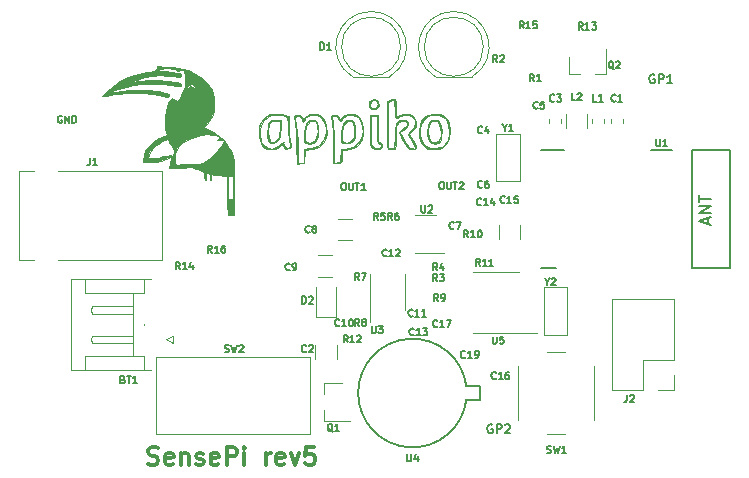
<source format=gto>
G04 #@! TF.GenerationSoftware,KiCad,Pcbnew,5.1.4-e60b266~84~ubuntu18.04.1*
G04 #@! TF.CreationDate,2019-11-19T14:52:59+05:30*
G04 #@! TF.ProjectId,SensePi_rev5_main,53656e73-6550-4695-9f72-6576355f6d61,rev?*
G04 #@! TF.SameCoordinates,Original*
G04 #@! TF.FileFunction,Legend,Top*
G04 #@! TF.FilePolarity,Positive*
%FSLAX46Y46*%
G04 Gerber Fmt 4.6, Leading zero omitted, Abs format (unit mm)*
G04 Created by KiCad (PCBNEW 5.1.4-e60b266~84~ubuntu18.04.1) date 2019-11-19 14:52:59*
%MOMM*%
%LPD*%
G04 APERTURE LIST*
%ADD10C,0.300000*%
%ADD11C,0.010000*%
%ADD12C,0.120000*%
%ADD13C,0.150000*%
G04 APERTURE END LIST*
D10*
X20728571Y-49057142D02*
X20942857Y-49128571D01*
X21300000Y-49128571D01*
X21442857Y-49057142D01*
X21514285Y-48985714D01*
X21585714Y-48842857D01*
X21585714Y-48700000D01*
X21514285Y-48557142D01*
X21442857Y-48485714D01*
X21300000Y-48414285D01*
X21014285Y-48342857D01*
X20871428Y-48271428D01*
X20800000Y-48200000D01*
X20728571Y-48057142D01*
X20728571Y-47914285D01*
X20800000Y-47771428D01*
X20871428Y-47700000D01*
X21014285Y-47628571D01*
X21371428Y-47628571D01*
X21585714Y-47700000D01*
X22800000Y-49057142D02*
X22657142Y-49128571D01*
X22371428Y-49128571D01*
X22228571Y-49057142D01*
X22157142Y-48914285D01*
X22157142Y-48342857D01*
X22228571Y-48200000D01*
X22371428Y-48128571D01*
X22657142Y-48128571D01*
X22800000Y-48200000D01*
X22871428Y-48342857D01*
X22871428Y-48485714D01*
X22157142Y-48628571D01*
X23514285Y-48128571D02*
X23514285Y-49128571D01*
X23514285Y-48271428D02*
X23585714Y-48200000D01*
X23728571Y-48128571D01*
X23942857Y-48128571D01*
X24085714Y-48200000D01*
X24157142Y-48342857D01*
X24157142Y-49128571D01*
X24800000Y-49057142D02*
X24942857Y-49128571D01*
X25228571Y-49128571D01*
X25371428Y-49057142D01*
X25442857Y-48914285D01*
X25442857Y-48842857D01*
X25371428Y-48700000D01*
X25228571Y-48628571D01*
X25014285Y-48628571D01*
X24871428Y-48557142D01*
X24800000Y-48414285D01*
X24800000Y-48342857D01*
X24871428Y-48200000D01*
X25014285Y-48128571D01*
X25228571Y-48128571D01*
X25371428Y-48200000D01*
X26657142Y-49057142D02*
X26514285Y-49128571D01*
X26228571Y-49128571D01*
X26085714Y-49057142D01*
X26014285Y-48914285D01*
X26014285Y-48342857D01*
X26085714Y-48200000D01*
X26228571Y-48128571D01*
X26514285Y-48128571D01*
X26657142Y-48200000D01*
X26728571Y-48342857D01*
X26728571Y-48485714D01*
X26014285Y-48628571D01*
X27371428Y-49128571D02*
X27371428Y-47628571D01*
X27942857Y-47628571D01*
X28085714Y-47700000D01*
X28157142Y-47771428D01*
X28228571Y-47914285D01*
X28228571Y-48128571D01*
X28157142Y-48271428D01*
X28085714Y-48342857D01*
X27942857Y-48414285D01*
X27371428Y-48414285D01*
X28871428Y-49128571D02*
X28871428Y-48128571D01*
X28871428Y-47628571D02*
X28800000Y-47700000D01*
X28871428Y-47771428D01*
X28942857Y-47700000D01*
X28871428Y-47628571D01*
X28871428Y-47771428D01*
X30728571Y-49128571D02*
X30728571Y-48128571D01*
X30728571Y-48414285D02*
X30800000Y-48271428D01*
X30871428Y-48200000D01*
X31014285Y-48128571D01*
X31157142Y-48128571D01*
X32228571Y-49057142D02*
X32085714Y-49128571D01*
X31800000Y-49128571D01*
X31657142Y-49057142D01*
X31585714Y-48914285D01*
X31585714Y-48342857D01*
X31657142Y-48200000D01*
X31800000Y-48128571D01*
X32085714Y-48128571D01*
X32228571Y-48200000D01*
X32300000Y-48342857D01*
X32300000Y-48485714D01*
X31585714Y-48628571D01*
X32800000Y-48128571D02*
X33157142Y-49128571D01*
X33514285Y-48128571D01*
X34800000Y-47628571D02*
X34085714Y-47628571D01*
X34014285Y-48342857D01*
X34085714Y-48271428D01*
X34228571Y-48200000D01*
X34585714Y-48200000D01*
X34728571Y-48271428D01*
X34800000Y-48342857D01*
X34871428Y-48485714D01*
X34871428Y-48842857D01*
X34800000Y-48985714D01*
X34728571Y-49057142D01*
X34585714Y-49128571D01*
X34228571Y-49128571D01*
X34085714Y-49057142D01*
X34014285Y-48985714D01*
D11*
G36*
X45239914Y-19958463D02*
G01*
X45442887Y-20152763D01*
X45554506Y-20481929D01*
X45576789Y-20950323D01*
X45556832Y-21221177D01*
X45499833Y-21574849D01*
X45401777Y-21790187D01*
X45238040Y-21897392D01*
X44983996Y-21926665D01*
X44981584Y-21926666D01*
X44732262Y-21897706D01*
X44571312Y-21787341D01*
X44508853Y-21703257D01*
X44410476Y-21459845D01*
X44366278Y-21097548D01*
X44365001Y-21034842D01*
X44438462Y-21034842D01*
X44480266Y-21368279D01*
X44570427Y-21619898D01*
X44608408Y-21672013D01*
X44829560Y-21811168D01*
X45079984Y-21820994D01*
X45299371Y-21707981D01*
X45388987Y-21588000D01*
X45478437Y-21293662D01*
X45501960Y-20940937D01*
X45465738Y-20583199D01*
X45375953Y-20273820D01*
X45238787Y-20066173D01*
X45210158Y-20044129D01*
X44979938Y-19981894D01*
X44733534Y-20050836D01*
X44604690Y-20153428D01*
X44500525Y-20366437D01*
X44445165Y-20680568D01*
X44438462Y-21034842D01*
X44365001Y-21034842D01*
X44362470Y-20910666D01*
X44393383Y-20452512D01*
X44491260Y-20139505D01*
X44663812Y-19958167D01*
X44918749Y-19895016D01*
X44943570Y-19894666D01*
X45239914Y-19958463D01*
X45239914Y-19958463D01*
G37*
X45239914Y-19958463D02*
X45442887Y-20152763D01*
X45554506Y-20481929D01*
X45576789Y-20950323D01*
X45556832Y-21221177D01*
X45499833Y-21574849D01*
X45401777Y-21790187D01*
X45238040Y-21897392D01*
X44983996Y-21926665D01*
X44981584Y-21926666D01*
X44732262Y-21897706D01*
X44571312Y-21787341D01*
X44508853Y-21703257D01*
X44410476Y-21459845D01*
X44366278Y-21097548D01*
X44365001Y-21034842D01*
X44438462Y-21034842D01*
X44480266Y-21368279D01*
X44570427Y-21619898D01*
X44608408Y-21672013D01*
X44829560Y-21811168D01*
X45079984Y-21820994D01*
X45299371Y-21707981D01*
X45388987Y-21588000D01*
X45478437Y-21293662D01*
X45501960Y-20940937D01*
X45465738Y-20583199D01*
X45375953Y-20273820D01*
X45238787Y-20066173D01*
X45210158Y-20044129D01*
X44979938Y-19981894D01*
X44733534Y-20050836D01*
X44604690Y-20153428D01*
X44500525Y-20366437D01*
X44445165Y-20680568D01*
X44438462Y-21034842D01*
X44365001Y-21034842D01*
X44362470Y-20910666D01*
X44393383Y-20452512D01*
X44491260Y-20139505D01*
X44663812Y-19958167D01*
X44918749Y-19895016D01*
X44943570Y-19894666D01*
X45239914Y-19958463D01*
G36*
X32205333Y-21799666D02*
G01*
X32163000Y-21842000D01*
X32120666Y-21799666D01*
X32163000Y-21757333D01*
X32205333Y-21799666D01*
X32205333Y-21799666D01*
G37*
X32205333Y-21799666D02*
X32163000Y-21842000D01*
X32120666Y-21799666D01*
X32163000Y-21757333D01*
X32205333Y-21799666D01*
G36*
X31938590Y-20650601D02*
G01*
X31914657Y-21051466D01*
X31874215Y-21326898D01*
X31808152Y-21520634D01*
X31731295Y-21645434D01*
X31518345Y-21833283D01*
X31269724Y-21913810D01*
X31039067Y-21877293D01*
X30928121Y-21791027D01*
X30851548Y-21603570D01*
X30810231Y-21305368D01*
X30803173Y-20951085D01*
X30803335Y-20948876D01*
X30893000Y-20948876D01*
X30924193Y-21390250D01*
X31014023Y-21687726D01*
X31156868Y-21836079D01*
X31347104Y-21830084D01*
X31579107Y-21664515D01*
X31619074Y-21623562D01*
X31723715Y-21490314D01*
X31789590Y-21332203D01*
X31828267Y-21103410D01*
X31851313Y-20758115D01*
X31854188Y-20692229D01*
X31884043Y-19979333D01*
X31549810Y-19979333D01*
X31258215Y-20015288D01*
X31062393Y-20137970D01*
X30947287Y-20369603D01*
X30897841Y-20732413D01*
X30893000Y-20948876D01*
X30803335Y-20948876D01*
X30829382Y-20595386D01*
X30887862Y-20292933D01*
X30958451Y-20124132D01*
X31073221Y-19984334D01*
X31218029Y-19916137D01*
X31454110Y-19895311D01*
X31538375Y-19894666D01*
X31968181Y-19894666D01*
X31938590Y-20650601D01*
X31938590Y-20650601D01*
G37*
X31938590Y-20650601D02*
X31914657Y-21051466D01*
X31874215Y-21326898D01*
X31808152Y-21520634D01*
X31731295Y-21645434D01*
X31518345Y-21833283D01*
X31269724Y-21913810D01*
X31039067Y-21877293D01*
X30928121Y-21791027D01*
X30851548Y-21603570D01*
X30810231Y-21305368D01*
X30803173Y-20951085D01*
X30803335Y-20948876D01*
X30893000Y-20948876D01*
X30924193Y-21390250D01*
X31014023Y-21687726D01*
X31156868Y-21836079D01*
X31347104Y-21830084D01*
X31579107Y-21664515D01*
X31619074Y-21623562D01*
X31723715Y-21490314D01*
X31789590Y-21332203D01*
X31828267Y-21103410D01*
X31851313Y-20758115D01*
X31854188Y-20692229D01*
X31884043Y-19979333D01*
X31549810Y-19979333D01*
X31258215Y-20015288D01*
X31062393Y-20137970D01*
X30947287Y-20369603D01*
X30897841Y-20732413D01*
X30893000Y-20948876D01*
X30803335Y-20948876D01*
X30829382Y-20595386D01*
X30887862Y-20292933D01*
X30958451Y-20124132D01*
X31073221Y-19984334D01*
X31218029Y-19916137D01*
X31454110Y-19895311D01*
X31538375Y-19894666D01*
X31968181Y-19894666D01*
X31938590Y-20650601D01*
G36*
X37946205Y-19923056D02*
G01*
X38095988Y-20018209D01*
X38186669Y-20219772D01*
X38231274Y-20551006D01*
X38241550Y-20834753D01*
X38218248Y-21286984D01*
X38122847Y-21600606D01*
X37941529Y-21795997D01*
X37660474Y-21893535D01*
X37512396Y-21910026D01*
X37270691Y-21917054D01*
X37145234Y-21881119D01*
X37084122Y-21779230D01*
X37065347Y-21711998D01*
X37045956Y-21510205D01*
X37114909Y-21510205D01*
X37144433Y-21709306D01*
X37266384Y-21820795D01*
X37475166Y-21846307D01*
X37715117Y-21791354D01*
X37930577Y-21661450D01*
X37964813Y-21628048D01*
X38073426Y-21489431D01*
X38133000Y-21330682D01*
X38156092Y-21098943D01*
X38156664Y-20820573D01*
X38136782Y-20488865D01*
X38093407Y-20228945D01*
X38041173Y-20098910D01*
X37860413Y-19993344D01*
X37643063Y-20022626D01*
X37434971Y-20173691D01*
X37344901Y-20297309D01*
X37251183Y-20533179D01*
X37175678Y-20855742D01*
X37127287Y-21202313D01*
X37114909Y-21510205D01*
X37045956Y-21510205D01*
X37035569Y-21402126D01*
X37062347Y-21010408D01*
X37135906Y-20610796D01*
X37246472Y-20277246D01*
X37258285Y-20252215D01*
X37385682Y-20040879D01*
X37535297Y-19942550D01*
X37724295Y-19911052D01*
X37946205Y-19923056D01*
X37946205Y-19923056D01*
G37*
X37946205Y-19923056D02*
X38095988Y-20018209D01*
X38186669Y-20219772D01*
X38231274Y-20551006D01*
X38241550Y-20834753D01*
X38218248Y-21286984D01*
X38122847Y-21600606D01*
X37941529Y-21795997D01*
X37660474Y-21893535D01*
X37512396Y-21910026D01*
X37270691Y-21917054D01*
X37145234Y-21881119D01*
X37084122Y-21779230D01*
X37065347Y-21711998D01*
X37045956Y-21510205D01*
X37114909Y-21510205D01*
X37144433Y-21709306D01*
X37266384Y-21820795D01*
X37475166Y-21846307D01*
X37715117Y-21791354D01*
X37930577Y-21661450D01*
X37964813Y-21628048D01*
X38073426Y-21489431D01*
X38133000Y-21330682D01*
X38156092Y-21098943D01*
X38156664Y-20820573D01*
X38136782Y-20488865D01*
X38093407Y-20228945D01*
X38041173Y-20098910D01*
X37860413Y-19993344D01*
X37643063Y-20022626D01*
X37434971Y-20173691D01*
X37344901Y-20297309D01*
X37251183Y-20533179D01*
X37175678Y-20855742D01*
X37127287Y-21202313D01*
X37114909Y-21510205D01*
X37045956Y-21510205D01*
X37035569Y-21402126D01*
X37062347Y-21010408D01*
X37135906Y-20610796D01*
X37246472Y-20277246D01*
X37258285Y-20252215D01*
X37385682Y-20040879D01*
X37535297Y-19942550D01*
X37724295Y-19911052D01*
X37946205Y-19923056D01*
G36*
X34807718Y-19917084D02*
G01*
X34950989Y-19998254D01*
X35045152Y-20184192D01*
X35113918Y-20504529D01*
X35125319Y-20578019D01*
X35138651Y-20949421D01*
X35082898Y-21324137D01*
X34971424Y-21639884D01*
X34864048Y-21795856D01*
X34680711Y-21886849D01*
X34396155Y-21926207D01*
X34359898Y-21926666D01*
X34122072Y-21914709D01*
X33999670Y-21860668D01*
X33939431Y-21737289D01*
X33931544Y-21707471D01*
X33912807Y-21510246D01*
X33982232Y-21510246D01*
X34011766Y-21709306D01*
X34131633Y-21813887D01*
X34340940Y-21844904D01*
X34578267Y-21805703D01*
X34782196Y-21699631D01*
X34818653Y-21665340D01*
X34950199Y-21456292D01*
X35037560Y-21199067D01*
X35038205Y-21195670D01*
X35062054Y-20899095D01*
X35040457Y-20576782D01*
X34982281Y-20287823D01*
X34896397Y-20091310D01*
X34867789Y-20060228D01*
X34662835Y-19985842D01*
X34439997Y-20054490D01*
X34241493Y-20250901D01*
X34212381Y-20297309D01*
X34118594Y-20533164D01*
X34043034Y-20855736D01*
X33994611Y-21202328D01*
X33982232Y-21510246D01*
X33912807Y-21510246D01*
X33902484Y-21401595D01*
X33929282Y-21013186D01*
X34002130Y-20615795D01*
X34111219Y-20282971D01*
X34125618Y-20252215D01*
X34253015Y-20040879D01*
X34402630Y-19942550D01*
X34591629Y-19911052D01*
X34807718Y-19917084D01*
X34807718Y-19917084D01*
G37*
X34807718Y-19917084D02*
X34950989Y-19998254D01*
X35045152Y-20184192D01*
X35113918Y-20504529D01*
X35125319Y-20578019D01*
X35138651Y-20949421D01*
X35082898Y-21324137D01*
X34971424Y-21639884D01*
X34864048Y-21795856D01*
X34680711Y-21886849D01*
X34396155Y-21926207D01*
X34359898Y-21926666D01*
X34122072Y-21914709D01*
X33999670Y-21860668D01*
X33939431Y-21737289D01*
X33931544Y-21707471D01*
X33912807Y-21510246D01*
X33982232Y-21510246D01*
X34011766Y-21709306D01*
X34131633Y-21813887D01*
X34340940Y-21844904D01*
X34578267Y-21805703D01*
X34782196Y-21699631D01*
X34818653Y-21665340D01*
X34950199Y-21456292D01*
X35037560Y-21199067D01*
X35038205Y-21195670D01*
X35062054Y-20899095D01*
X35040457Y-20576782D01*
X34982281Y-20287823D01*
X34896397Y-20091310D01*
X34867789Y-20060228D01*
X34662835Y-19985842D01*
X34439997Y-20054490D01*
X34241493Y-20250901D01*
X34212381Y-20297309D01*
X34118594Y-20533164D01*
X34043034Y-20855736D01*
X33994611Y-21202328D01*
X33982232Y-21510246D01*
X33912807Y-21510246D01*
X33902484Y-21401595D01*
X33929282Y-21013186D01*
X34002130Y-20615795D01*
X34111219Y-20282971D01*
X34125618Y-20252215D01*
X34253015Y-20040879D01*
X34402630Y-19942550D01*
X34591629Y-19911052D01*
X34807718Y-19917084D01*
G36*
X40073552Y-18242142D02*
G01*
X40225897Y-18418140D01*
X40257747Y-18654459D01*
X40183022Y-18850787D01*
X40029235Y-18961064D01*
X39800544Y-19007644D01*
X39584180Y-18975667D01*
X39550166Y-18958598D01*
X39439898Y-18807120D01*
X39406655Y-18589455D01*
X39510173Y-18589455D01*
X39542503Y-18791151D01*
X39572245Y-18837432D01*
X39709091Y-18947992D01*
X39872502Y-18935250D01*
X40000232Y-18875687D01*
X40137168Y-18729488D01*
X40154484Y-18543329D01*
X40076009Y-18367228D01*
X39925573Y-18251205D01*
X39727002Y-18245280D01*
X39703735Y-18253309D01*
X39570117Y-18382632D01*
X39510173Y-18589455D01*
X39406655Y-18589455D01*
X39404755Y-18577018D01*
X39452781Y-18345148D01*
X39480514Y-18293055D01*
X39612171Y-18208676D01*
X39823079Y-18173115D01*
X39825333Y-18173111D01*
X40073552Y-18242142D01*
X40073552Y-18242142D01*
G37*
X40073552Y-18242142D02*
X40225897Y-18418140D01*
X40257747Y-18654459D01*
X40183022Y-18850787D01*
X40029235Y-18961064D01*
X39800544Y-19007644D01*
X39584180Y-18975667D01*
X39550166Y-18958598D01*
X39439898Y-18807120D01*
X39406655Y-18589455D01*
X39510173Y-18589455D01*
X39542503Y-18791151D01*
X39572245Y-18837432D01*
X39709091Y-18947992D01*
X39872502Y-18935250D01*
X40000232Y-18875687D01*
X40137168Y-18729488D01*
X40154484Y-18543329D01*
X40076009Y-18367228D01*
X39925573Y-18251205D01*
X39727002Y-18245280D01*
X39703735Y-18253309D01*
X39570117Y-18382632D01*
X39510173Y-18589455D01*
X39406655Y-18589455D01*
X39404755Y-18577018D01*
X39452781Y-18345148D01*
X39480514Y-18293055D01*
X39612171Y-18208676D01*
X39823079Y-18173115D01*
X39825333Y-18173111D01*
X40073552Y-18242142D01*
G36*
X45409786Y-19432087D02*
G01*
X45777542Y-19572309D01*
X46036850Y-19834729D01*
X46193879Y-20226219D01*
X46254801Y-20753651D01*
X46255933Y-20886780D01*
X46202407Y-21443920D01*
X46046944Y-21868687D01*
X45783919Y-22167985D01*
X45407709Y-22348714D01*
X45012304Y-22413180D01*
X44646541Y-22413141D01*
X44367813Y-22348197D01*
X44228000Y-22282087D01*
X43962943Y-22046204D01*
X43777923Y-21699741D01*
X43673856Y-21281828D01*
X43666710Y-21136863D01*
X43735373Y-21136863D01*
X43818227Y-21559482D01*
X43995846Y-21921745D01*
X44257023Y-22175900D01*
X44617408Y-22316791D01*
X45030597Y-22341553D01*
X45425892Y-22249901D01*
X45562273Y-22181124D01*
X45875732Y-21924090D01*
X46071547Y-21593046D01*
X46163576Y-21158684D01*
X46175016Y-20885295D01*
X46141815Y-20405782D01*
X46031851Y-20047441D01*
X45830491Y-19773922D01*
X45676707Y-19647341D01*
X45352886Y-19507985D01*
X44960946Y-19470919D01*
X44567887Y-19536373D01*
X44328910Y-19642732D01*
X44044053Y-19906823D01*
X43849421Y-20270538D01*
X43746149Y-20693883D01*
X43735373Y-21136863D01*
X43666710Y-21136863D01*
X43651660Y-20831599D01*
X43712252Y-20388184D01*
X43856548Y-19990715D01*
X44085466Y-19678325D01*
X44165411Y-19611013D01*
X44435318Y-19481410D01*
X44827186Y-19414168D01*
X44927411Y-19407191D01*
X45409786Y-19432087D01*
X45409786Y-19432087D01*
G37*
X45409786Y-19432087D02*
X45777542Y-19572309D01*
X46036850Y-19834729D01*
X46193879Y-20226219D01*
X46254801Y-20753651D01*
X46255933Y-20886780D01*
X46202407Y-21443920D01*
X46046944Y-21868687D01*
X45783919Y-22167985D01*
X45407709Y-22348714D01*
X45012304Y-22413180D01*
X44646541Y-22413141D01*
X44367813Y-22348197D01*
X44228000Y-22282087D01*
X43962943Y-22046204D01*
X43777923Y-21699741D01*
X43673856Y-21281828D01*
X43666710Y-21136863D01*
X43735373Y-21136863D01*
X43818227Y-21559482D01*
X43995846Y-21921745D01*
X44257023Y-22175900D01*
X44617408Y-22316791D01*
X45030597Y-22341553D01*
X45425892Y-22249901D01*
X45562273Y-22181124D01*
X45875732Y-21924090D01*
X46071547Y-21593046D01*
X46163576Y-21158684D01*
X46175016Y-20885295D01*
X46141815Y-20405782D01*
X46031851Y-20047441D01*
X45830491Y-19773922D01*
X45676707Y-19647341D01*
X45352886Y-19507985D01*
X44960946Y-19470919D01*
X44567887Y-19536373D01*
X44328910Y-19642732D01*
X44044053Y-19906823D01*
X43849421Y-20270538D01*
X43746149Y-20693883D01*
X43735373Y-21136863D01*
X43666710Y-21136863D01*
X43651660Y-20831599D01*
X43712252Y-20388184D01*
X43856548Y-19990715D01*
X44085466Y-19678325D01*
X44165411Y-19611013D01*
X44435318Y-19481410D01*
X44827186Y-19414168D01*
X44927411Y-19407191D01*
X45409786Y-19432087D01*
G36*
X41582166Y-18191961D02*
G01*
X41637056Y-18253894D01*
X41670987Y-18440048D01*
X41686427Y-18768542D01*
X41688000Y-18969380D01*
X41690653Y-19328763D01*
X41702070Y-19544376D01*
X41727440Y-19641746D01*
X41771949Y-19646397D01*
X41817721Y-19607706D01*
X42040680Y-19480091D01*
X42362206Y-19409324D01*
X42717651Y-19407148D01*
X42831640Y-19423534D01*
X43134287Y-19557072D01*
X43331190Y-19814254D01*
X43410469Y-20177784D01*
X43411035Y-20267030D01*
X43378013Y-20516060D01*
X43268225Y-20707949D01*
X43101793Y-20869601D01*
X42801545Y-21129145D01*
X43140194Y-21661776D01*
X43298638Y-21935318D01*
X43403617Y-22164659D01*
X43435104Y-22305113D01*
X43432745Y-22314537D01*
X43319191Y-22403915D01*
X43116734Y-22431033D01*
X42894519Y-22394415D01*
X42762555Y-22328833D01*
X42650305Y-22204301D01*
X42493269Y-21980265D01*
X42317959Y-21701349D01*
X42150886Y-21412183D01*
X42018561Y-21157391D01*
X41947496Y-20981602D01*
X41942000Y-20947583D01*
X42011622Y-20839288D01*
X42182714Y-20720647D01*
X42217951Y-20702997D01*
X42482425Y-20533584D01*
X42633115Y-20344063D01*
X42650412Y-20164315D01*
X42613827Y-20099698D01*
X42424050Y-19988498D01*
X42182702Y-19996069D01*
X41950169Y-20114146D01*
X41863478Y-20202418D01*
X41785505Y-20320828D01*
X41734447Y-20463418D01*
X41704829Y-20666900D01*
X41691174Y-20967985D01*
X41688000Y-21378692D01*
X41684256Y-21804929D01*
X41670483Y-22090572D01*
X41642862Y-22264248D01*
X41597579Y-22354583D01*
X41554075Y-22383274D01*
X41253225Y-22424982D01*
X41031833Y-22378593D01*
X40996003Y-22322134D01*
X40968631Y-22174817D01*
X40948896Y-21920907D01*
X40935977Y-21544669D01*
X40929053Y-21030367D01*
X40927296Y-20374444D01*
X40929734Y-19910324D01*
X41010655Y-19910324D01*
X41010666Y-20301231D01*
X41013199Y-20857747D01*
X41020299Y-21356986D01*
X41031220Y-21774249D01*
X41045215Y-22084836D01*
X41061538Y-22264048D01*
X41070998Y-22297442D01*
X41192925Y-22334526D01*
X41346164Y-22332720D01*
X41436395Y-22317286D01*
X41498308Y-22276744D01*
X41538910Y-22182392D01*
X41565207Y-22005528D01*
X41584205Y-21717453D01*
X41602909Y-21289464D01*
X41603333Y-21279173D01*
X41633398Y-20760113D01*
X41681860Y-20387157D01*
X41760181Y-20137221D01*
X41879824Y-19987218D01*
X42052254Y-19914062D01*
X42288934Y-19894667D01*
X42290810Y-19894666D01*
X42558353Y-19951063D01*
X42711169Y-20095253D01*
X42748434Y-20289730D01*
X42669328Y-20496991D01*
X42473027Y-20679533D01*
X42309718Y-20757664D01*
X42122549Y-20840829D01*
X42029082Y-20912698D01*
X42026666Y-20921607D01*
X42067913Y-21025387D01*
X42174830Y-21228859D01*
X42322184Y-21488851D01*
X42484743Y-21762189D01*
X42637271Y-22005701D01*
X42754537Y-22176214D01*
X42774928Y-22201833D01*
X42901757Y-22283462D01*
X43086432Y-22339187D01*
X43264691Y-22358013D01*
X43372270Y-22328944D01*
X43381333Y-22305591D01*
X43339281Y-22217640D01*
X43228164Y-22025960D01*
X43070540Y-21769226D01*
X43042666Y-21724942D01*
X42878929Y-21455550D01*
X42758705Y-21238434D01*
X42704922Y-21115369D01*
X42704000Y-21107939D01*
X42766151Y-21009582D01*
X42919840Y-20868696D01*
X42962255Y-20836241D01*
X43231050Y-20561820D01*
X43339020Y-20260537D01*
X43288821Y-19960393D01*
X43088718Y-19673005D01*
X42797572Y-19508000D01*
X42449344Y-19473540D01*
X42077999Y-19577782D01*
X41960625Y-19641284D01*
X41809870Y-19726075D01*
X41709615Y-19745969D01*
X41648040Y-19678374D01*
X41613330Y-19500701D01*
X41593667Y-19190359D01*
X41583836Y-18921000D01*
X41569051Y-18584601D01*
X41546303Y-18384852D01*
X41505964Y-18289079D01*
X41438404Y-18264605D01*
X41391666Y-18268855D01*
X41270726Y-18288046D01*
X41178523Y-18318828D01*
X41111160Y-18381976D01*
X41064744Y-18498264D01*
X41035380Y-18688469D01*
X41019174Y-18973363D01*
X41012230Y-19373724D01*
X41010655Y-19910324D01*
X40929734Y-19910324D01*
X40930254Y-19811499D01*
X40937841Y-19303251D01*
X40949282Y-18874829D01*
X40963803Y-18551363D01*
X40980627Y-18357985D01*
X40990796Y-18315835D01*
X41125197Y-18234420D01*
X41362823Y-18190780D01*
X41582166Y-18191961D01*
X41582166Y-18191961D01*
G37*
X41582166Y-18191961D02*
X41637056Y-18253894D01*
X41670987Y-18440048D01*
X41686427Y-18768542D01*
X41688000Y-18969380D01*
X41690653Y-19328763D01*
X41702070Y-19544376D01*
X41727440Y-19641746D01*
X41771949Y-19646397D01*
X41817721Y-19607706D01*
X42040680Y-19480091D01*
X42362206Y-19409324D01*
X42717651Y-19407148D01*
X42831640Y-19423534D01*
X43134287Y-19557072D01*
X43331190Y-19814254D01*
X43410469Y-20177784D01*
X43411035Y-20267030D01*
X43378013Y-20516060D01*
X43268225Y-20707949D01*
X43101793Y-20869601D01*
X42801545Y-21129145D01*
X43140194Y-21661776D01*
X43298638Y-21935318D01*
X43403617Y-22164659D01*
X43435104Y-22305113D01*
X43432745Y-22314537D01*
X43319191Y-22403915D01*
X43116734Y-22431033D01*
X42894519Y-22394415D01*
X42762555Y-22328833D01*
X42650305Y-22204301D01*
X42493269Y-21980265D01*
X42317959Y-21701349D01*
X42150886Y-21412183D01*
X42018561Y-21157391D01*
X41947496Y-20981602D01*
X41942000Y-20947583D01*
X42011622Y-20839288D01*
X42182714Y-20720647D01*
X42217951Y-20702997D01*
X42482425Y-20533584D01*
X42633115Y-20344063D01*
X42650412Y-20164315D01*
X42613827Y-20099698D01*
X42424050Y-19988498D01*
X42182702Y-19996069D01*
X41950169Y-20114146D01*
X41863478Y-20202418D01*
X41785505Y-20320828D01*
X41734447Y-20463418D01*
X41704829Y-20666900D01*
X41691174Y-20967985D01*
X41688000Y-21378692D01*
X41684256Y-21804929D01*
X41670483Y-22090572D01*
X41642862Y-22264248D01*
X41597579Y-22354583D01*
X41554075Y-22383274D01*
X41253225Y-22424982D01*
X41031833Y-22378593D01*
X40996003Y-22322134D01*
X40968631Y-22174817D01*
X40948896Y-21920907D01*
X40935977Y-21544669D01*
X40929053Y-21030367D01*
X40927296Y-20374444D01*
X40929734Y-19910324D01*
X41010655Y-19910324D01*
X41010666Y-20301231D01*
X41013199Y-20857747D01*
X41020299Y-21356986D01*
X41031220Y-21774249D01*
X41045215Y-22084836D01*
X41061538Y-22264048D01*
X41070998Y-22297442D01*
X41192925Y-22334526D01*
X41346164Y-22332720D01*
X41436395Y-22317286D01*
X41498308Y-22276744D01*
X41538910Y-22182392D01*
X41565207Y-22005528D01*
X41584205Y-21717453D01*
X41602909Y-21289464D01*
X41603333Y-21279173D01*
X41633398Y-20760113D01*
X41681860Y-20387157D01*
X41760181Y-20137221D01*
X41879824Y-19987218D01*
X42052254Y-19914062D01*
X42288934Y-19894667D01*
X42290810Y-19894666D01*
X42558353Y-19951063D01*
X42711169Y-20095253D01*
X42748434Y-20289730D01*
X42669328Y-20496991D01*
X42473027Y-20679533D01*
X42309718Y-20757664D01*
X42122549Y-20840829D01*
X42029082Y-20912698D01*
X42026666Y-20921607D01*
X42067913Y-21025387D01*
X42174830Y-21228859D01*
X42322184Y-21488851D01*
X42484743Y-21762189D01*
X42637271Y-22005701D01*
X42754537Y-22176214D01*
X42774928Y-22201833D01*
X42901757Y-22283462D01*
X43086432Y-22339187D01*
X43264691Y-22358013D01*
X43372270Y-22328944D01*
X43381333Y-22305591D01*
X43339281Y-22217640D01*
X43228164Y-22025960D01*
X43070540Y-21769226D01*
X43042666Y-21724942D01*
X42878929Y-21455550D01*
X42758705Y-21238434D01*
X42704922Y-21115369D01*
X42704000Y-21107939D01*
X42766151Y-21009582D01*
X42919840Y-20868696D01*
X42962255Y-20836241D01*
X43231050Y-20561820D01*
X43339020Y-20260537D01*
X43288821Y-19960393D01*
X43088718Y-19673005D01*
X42797572Y-19508000D01*
X42449344Y-19473540D01*
X42077999Y-19577782D01*
X41960625Y-19641284D01*
X41809870Y-19726075D01*
X41709615Y-19745969D01*
X41648040Y-19678374D01*
X41613330Y-19500701D01*
X41593667Y-19190359D01*
X41583836Y-18921000D01*
X41569051Y-18584601D01*
X41546303Y-18384852D01*
X41505964Y-18289079D01*
X41438404Y-18264605D01*
X41391666Y-18268855D01*
X41270726Y-18288046D01*
X41178523Y-18318828D01*
X41111160Y-18381976D01*
X41064744Y-18498264D01*
X41035380Y-18688469D01*
X41019174Y-18973363D01*
X41012230Y-19373724D01*
X41010655Y-19910324D01*
X40929734Y-19910324D01*
X40930254Y-19811499D01*
X40937841Y-19303251D01*
X40949282Y-18874829D01*
X40963803Y-18551363D01*
X40980627Y-18357985D01*
X40990796Y-18315835D01*
X41125197Y-18234420D01*
X41362823Y-18190780D01*
X41582166Y-18191961D01*
G36*
X40164000Y-20622259D02*
G01*
X40165717Y-21085675D01*
X40173333Y-21407064D01*
X40190542Y-21613718D01*
X40221037Y-21732929D01*
X40268514Y-21791990D01*
X40325505Y-21815420D01*
X40483826Y-21928961D01*
X40533564Y-22113746D01*
X40457151Y-22298227D01*
X40446748Y-22309156D01*
X40227092Y-22418665D01*
X39950414Y-22403090D01*
X39783000Y-22333494D01*
X39620400Y-22217891D01*
X39551463Y-22145569D01*
X39529740Y-22032526D01*
X39511149Y-21782002D01*
X39497151Y-21425838D01*
X39489207Y-20995878D01*
X39487963Y-20762500D01*
X39486752Y-19556000D01*
X39571333Y-19556000D01*
X39571333Y-20780368D01*
X39572874Y-21262157D01*
X39580111Y-21604184D01*
X39596966Y-21836008D01*
X39627359Y-21987190D01*
X39675211Y-22087292D01*
X39744444Y-22165874D01*
X39756631Y-22177368D01*
X39992292Y-22318985D01*
X40231394Y-22338933D01*
X40394450Y-22255016D01*
X40452398Y-22111157D01*
X40401276Y-21975378D01*
X40291000Y-21926666D01*
X40209358Y-21902742D01*
X40151191Y-21815698D01*
X40112821Y-21642625D01*
X40090573Y-21360615D01*
X40080771Y-20946759D01*
X40079333Y-20607408D01*
X40079333Y-19556000D01*
X39571333Y-19556000D01*
X39486752Y-19556000D01*
X39486666Y-19471333D01*
X40164000Y-19471333D01*
X40164000Y-20622259D01*
X40164000Y-20622259D01*
G37*
X40164000Y-20622259D02*
X40165717Y-21085675D01*
X40173333Y-21407064D01*
X40190542Y-21613718D01*
X40221037Y-21732929D01*
X40268514Y-21791990D01*
X40325505Y-21815420D01*
X40483826Y-21928961D01*
X40533564Y-22113746D01*
X40457151Y-22298227D01*
X40446748Y-22309156D01*
X40227092Y-22418665D01*
X39950414Y-22403090D01*
X39783000Y-22333494D01*
X39620400Y-22217891D01*
X39551463Y-22145569D01*
X39529740Y-22032526D01*
X39511149Y-21782002D01*
X39497151Y-21425838D01*
X39489207Y-20995878D01*
X39487963Y-20762500D01*
X39486752Y-19556000D01*
X39571333Y-19556000D01*
X39571333Y-20780368D01*
X39572874Y-21262157D01*
X39580111Y-21604184D01*
X39596966Y-21836008D01*
X39627359Y-21987190D01*
X39675211Y-22087292D01*
X39744444Y-22165874D01*
X39756631Y-22177368D01*
X39992292Y-22318985D01*
X40231394Y-22338933D01*
X40394450Y-22255016D01*
X40452398Y-22111157D01*
X40401276Y-21975378D01*
X40291000Y-21926666D01*
X40209358Y-21902742D01*
X40151191Y-21815698D01*
X40112821Y-21642625D01*
X40090573Y-21360615D01*
X40080771Y-20946759D01*
X40079333Y-20607408D01*
X40079333Y-19556000D01*
X39571333Y-19556000D01*
X39486752Y-19556000D01*
X39486666Y-19471333D01*
X40164000Y-19471333D01*
X40164000Y-20622259D01*
G36*
X32139735Y-19465652D02*
G01*
X32201165Y-19478349D01*
X32628666Y-19570031D01*
X32630686Y-20430849D01*
X32639810Y-20922143D01*
X32669942Y-21307442D01*
X32729201Y-21649593D01*
X32825707Y-22011442D01*
X32841682Y-22064087D01*
X32850762Y-22197253D01*
X32750652Y-22287486D01*
X32615392Y-22341940D01*
X32387575Y-22385938D01*
X32229651Y-22309474D01*
X32098395Y-22089728D01*
X32086705Y-22062826D01*
X32013199Y-22036996D01*
X31928585Y-22113838D01*
X31686497Y-22295608D01*
X31353462Y-22403983D01*
X30997583Y-22423687D01*
X30766000Y-22374601D01*
X30466541Y-22177254D01*
X30247947Y-21845827D01*
X30119759Y-21399818D01*
X30088666Y-20990505D01*
X30090871Y-20969725D01*
X30173333Y-20969725D01*
X30194735Y-21325512D01*
X30251409Y-21626862D01*
X30298641Y-21754062D01*
X30542009Y-22080143D01*
X30852624Y-22282187D01*
X31196341Y-22346658D01*
X31539014Y-22260025D01*
X31554732Y-22251896D01*
X31748749Y-22109800D01*
X31847816Y-22001443D01*
X31983725Y-21904631D01*
X32125641Y-21916194D01*
X32203501Y-22026155D01*
X32205333Y-22052358D01*
X32275017Y-22213449D01*
X32444499Y-22284889D01*
X32596829Y-22262258D01*
X32697387Y-22213156D01*
X32736170Y-22135978D01*
X32718909Y-21984105D01*
X32660329Y-21745557D01*
X32607765Y-21453957D01*
X32567561Y-21061573D01*
X32546000Y-20636844D01*
X32544000Y-20477940D01*
X32541992Y-20076898D01*
X32517586Y-19813228D01*
X32443209Y-19655047D01*
X32291287Y-19570472D01*
X32034247Y-19527619D01*
X31697333Y-19498952D01*
X31377486Y-19481854D01*
X31161093Y-19502409D01*
X30984257Y-19572441D01*
X30852681Y-19655257D01*
X30491557Y-19966238D01*
X30274228Y-20324162D01*
X30180632Y-20767850D01*
X30173333Y-20969725D01*
X30090871Y-20969725D01*
X30148623Y-20425540D01*
X30326107Y-19981488D01*
X30617539Y-19660912D01*
X31019341Y-19466372D01*
X31527932Y-19400432D01*
X32139735Y-19465652D01*
X32139735Y-19465652D01*
G37*
X32139735Y-19465652D02*
X32201165Y-19478349D01*
X32628666Y-19570031D01*
X32630686Y-20430849D01*
X32639810Y-20922143D01*
X32669942Y-21307442D01*
X32729201Y-21649593D01*
X32825707Y-22011442D01*
X32841682Y-22064087D01*
X32850762Y-22197253D01*
X32750652Y-22287486D01*
X32615392Y-22341940D01*
X32387575Y-22385938D01*
X32229651Y-22309474D01*
X32098395Y-22089728D01*
X32086705Y-22062826D01*
X32013199Y-22036996D01*
X31928585Y-22113838D01*
X31686497Y-22295608D01*
X31353462Y-22403983D01*
X30997583Y-22423687D01*
X30766000Y-22374601D01*
X30466541Y-22177254D01*
X30247947Y-21845827D01*
X30119759Y-21399818D01*
X30088666Y-20990505D01*
X30090871Y-20969725D01*
X30173333Y-20969725D01*
X30194735Y-21325512D01*
X30251409Y-21626862D01*
X30298641Y-21754062D01*
X30542009Y-22080143D01*
X30852624Y-22282187D01*
X31196341Y-22346658D01*
X31539014Y-22260025D01*
X31554732Y-22251896D01*
X31748749Y-22109800D01*
X31847816Y-22001443D01*
X31983725Y-21904631D01*
X32125641Y-21916194D01*
X32203501Y-22026155D01*
X32205333Y-22052358D01*
X32275017Y-22213449D01*
X32444499Y-22284889D01*
X32596829Y-22262258D01*
X32697387Y-22213156D01*
X32736170Y-22135978D01*
X32718909Y-21984105D01*
X32660329Y-21745557D01*
X32607765Y-21453957D01*
X32567561Y-21061573D01*
X32546000Y-20636844D01*
X32544000Y-20477940D01*
X32541992Y-20076898D01*
X32517586Y-19813228D01*
X32443209Y-19655047D01*
X32291287Y-19570472D01*
X32034247Y-19527619D01*
X31697333Y-19498952D01*
X31377486Y-19481854D01*
X31161093Y-19502409D01*
X30984257Y-19572441D01*
X30852681Y-19655257D01*
X30491557Y-19966238D01*
X30274228Y-20324162D01*
X30180632Y-20767850D01*
X30173333Y-20969725D01*
X30090871Y-20969725D01*
X30148623Y-20425540D01*
X30326107Y-19981488D01*
X30617539Y-19660912D01*
X31019341Y-19466372D01*
X31527932Y-19400432D01*
X32139735Y-19465652D01*
G36*
X38113637Y-19419334D02*
G01*
X38440455Y-19544541D01*
X38690051Y-19794522D01*
X38861450Y-20156601D01*
X38948751Y-20589756D01*
X38946054Y-21052959D01*
X38847457Y-21505188D01*
X38754293Y-21726405D01*
X38508168Y-22038578D01*
X38148683Y-22276559D01*
X37725225Y-22412918D01*
X37479060Y-22434666D01*
X37116000Y-22434666D01*
X37116000Y-22975941D01*
X37105268Y-23293653D01*
X37067867Y-23477634D01*
X36995992Y-23562430D01*
X36982075Y-23568608D01*
X36773797Y-23613002D01*
X36556133Y-23612081D01*
X36413685Y-23566593D01*
X36410444Y-23563555D01*
X36392788Y-23464957D01*
X36377390Y-23224291D01*
X36365177Y-22868816D01*
X36357073Y-22425791D01*
X36354004Y-21922476D01*
X36354000Y-21901211D01*
X36348383Y-21283107D01*
X36332332Y-20752427D01*
X36307045Y-20332767D01*
X36273721Y-20047722D01*
X36255768Y-19967443D01*
X36194735Y-19731856D01*
X36196685Y-19719274D01*
X36293073Y-19719274D01*
X36307266Y-19871598D01*
X36342547Y-19982875D01*
X36378388Y-20176637D01*
X36406795Y-20519474D01*
X36426758Y-20991246D01*
X36437269Y-21571817D01*
X36438666Y-21902331D01*
X36438666Y-23546062D01*
X36989000Y-23493000D01*
X37039070Y-22350000D01*
X37424572Y-22350000D01*
X37740316Y-22317284D01*
X38043334Y-22236063D01*
X38105593Y-22209767D01*
X38433734Y-21978846D01*
X38669229Y-21661737D01*
X38814742Y-21287571D01*
X38872936Y-20885478D01*
X38846475Y-20484591D01*
X38738023Y-20114041D01*
X38550244Y-19802958D01*
X38285801Y-19580473D01*
X37947360Y-19475719D01*
X37855181Y-19471333D01*
X37600278Y-19518942D01*
X37356377Y-19638872D01*
X37177289Y-19796775D01*
X37116000Y-19943145D01*
X37074845Y-20041956D01*
X36977197Y-20019869D01*
X36861781Y-19896012D01*
X36803602Y-19788833D01*
X36669835Y-19598486D01*
X36498531Y-19570201D01*
X36363714Y-19632871D01*
X36293073Y-19719274D01*
X36196685Y-19719274D01*
X36214161Y-19606565D01*
X36341386Y-19541080D01*
X36506548Y-19504323D01*
X36700703Y-19485987D01*
X36804914Y-19558653D01*
X36859999Y-19677738D01*
X36946249Y-19904593D01*
X37141940Y-19677090D01*
X37403480Y-19491077D01*
X37747338Y-19403121D01*
X38113637Y-19419334D01*
X38113637Y-19419334D01*
G37*
X38113637Y-19419334D02*
X38440455Y-19544541D01*
X38690051Y-19794522D01*
X38861450Y-20156601D01*
X38948751Y-20589756D01*
X38946054Y-21052959D01*
X38847457Y-21505188D01*
X38754293Y-21726405D01*
X38508168Y-22038578D01*
X38148683Y-22276559D01*
X37725225Y-22412918D01*
X37479060Y-22434666D01*
X37116000Y-22434666D01*
X37116000Y-22975941D01*
X37105268Y-23293653D01*
X37067867Y-23477634D01*
X36995992Y-23562430D01*
X36982075Y-23568608D01*
X36773797Y-23613002D01*
X36556133Y-23612081D01*
X36413685Y-23566593D01*
X36410444Y-23563555D01*
X36392788Y-23464957D01*
X36377390Y-23224291D01*
X36365177Y-22868816D01*
X36357073Y-22425791D01*
X36354004Y-21922476D01*
X36354000Y-21901211D01*
X36348383Y-21283107D01*
X36332332Y-20752427D01*
X36307045Y-20332767D01*
X36273721Y-20047722D01*
X36255768Y-19967443D01*
X36194735Y-19731856D01*
X36196685Y-19719274D01*
X36293073Y-19719274D01*
X36307266Y-19871598D01*
X36342547Y-19982875D01*
X36378388Y-20176637D01*
X36406795Y-20519474D01*
X36426758Y-20991246D01*
X36437269Y-21571817D01*
X36438666Y-21902331D01*
X36438666Y-23546062D01*
X36989000Y-23493000D01*
X37039070Y-22350000D01*
X37424572Y-22350000D01*
X37740316Y-22317284D01*
X38043334Y-22236063D01*
X38105593Y-22209767D01*
X38433734Y-21978846D01*
X38669229Y-21661737D01*
X38814742Y-21287571D01*
X38872936Y-20885478D01*
X38846475Y-20484591D01*
X38738023Y-20114041D01*
X38550244Y-19802958D01*
X38285801Y-19580473D01*
X37947360Y-19475719D01*
X37855181Y-19471333D01*
X37600278Y-19518942D01*
X37356377Y-19638872D01*
X37177289Y-19796775D01*
X37116000Y-19943145D01*
X37074845Y-20041956D01*
X36977197Y-20019869D01*
X36861781Y-19896012D01*
X36803602Y-19788833D01*
X36669835Y-19598486D01*
X36498531Y-19570201D01*
X36363714Y-19632871D01*
X36293073Y-19719274D01*
X36196685Y-19719274D01*
X36214161Y-19606565D01*
X36341386Y-19541080D01*
X36506548Y-19504323D01*
X36700703Y-19485987D01*
X36804914Y-19558653D01*
X36859999Y-19677738D01*
X36946249Y-19904593D01*
X37141940Y-19677090D01*
X37403480Y-19491077D01*
X37747338Y-19403121D01*
X38113637Y-19419334D01*
G36*
X35103057Y-19444874D02*
G01*
X35389623Y-19588619D01*
X35477243Y-19672266D01*
X35699530Y-20045163D01*
X35815913Y-20492238D01*
X35829693Y-20969854D01*
X35744172Y-21434375D01*
X35562652Y-21842165D01*
X35289902Y-22148469D01*
X35002113Y-22309092D01*
X34632292Y-22396601D01*
X34497947Y-22411521D01*
X33990548Y-22457530D01*
X33941000Y-23577666D01*
X33634404Y-23603294D01*
X33327809Y-23628921D01*
X33282476Y-21952294D01*
X33260644Y-21339233D01*
X33231254Y-20805597D01*
X33196179Y-20375940D01*
X33157292Y-20074818D01*
X33130388Y-19958238D01*
X33063229Y-19727318D01*
X33069845Y-19686464D01*
X33170397Y-19686464D01*
X33174912Y-19839328D01*
X33276101Y-20318337D01*
X33345476Y-20957711D01*
X33382506Y-21751398D01*
X33388964Y-22286500D01*
X33390666Y-23535333D01*
X33898666Y-23535333D01*
X33898666Y-22370352D01*
X34391036Y-22334737D01*
X34885635Y-22236120D01*
X35266143Y-22016053D01*
X35543081Y-21667743D01*
X35600006Y-21554042D01*
X35744783Y-21063304D01*
X35749239Y-20570812D01*
X35618188Y-20115715D01*
X35379601Y-19761075D01*
X35166537Y-19569418D01*
X34961600Y-19485721D01*
X34767920Y-19471333D01*
X34485357Y-19517032D01*
X34227288Y-19634102D01*
X34043667Y-19792501D01*
X33983333Y-19943145D01*
X33915425Y-20050030D01*
X33856333Y-20064000D01*
X33751291Y-19994107D01*
X33729333Y-19905033D01*
X33658486Y-19700976D01*
X33483072Y-19591463D01*
X33302322Y-19599500D01*
X33170397Y-19686464D01*
X33069845Y-19686464D01*
X33083138Y-19604386D01*
X33217725Y-19538879D01*
X33378797Y-19503340D01*
X33573625Y-19483419D01*
X33679331Y-19555564D01*
X33748777Y-19708185D01*
X33819157Y-19877468D01*
X33868214Y-19901979D01*
X33931971Y-19796274D01*
X33937822Y-19784562D01*
X34131380Y-19569777D01*
X34423638Y-19439122D01*
X34764296Y-19396264D01*
X35103057Y-19444874D01*
X35103057Y-19444874D01*
G37*
X35103057Y-19444874D02*
X35389623Y-19588619D01*
X35477243Y-19672266D01*
X35699530Y-20045163D01*
X35815913Y-20492238D01*
X35829693Y-20969854D01*
X35744172Y-21434375D01*
X35562652Y-21842165D01*
X35289902Y-22148469D01*
X35002113Y-22309092D01*
X34632292Y-22396601D01*
X34497947Y-22411521D01*
X33990548Y-22457530D01*
X33941000Y-23577666D01*
X33634404Y-23603294D01*
X33327809Y-23628921D01*
X33282476Y-21952294D01*
X33260644Y-21339233D01*
X33231254Y-20805597D01*
X33196179Y-20375940D01*
X33157292Y-20074818D01*
X33130388Y-19958238D01*
X33063229Y-19727318D01*
X33069845Y-19686464D01*
X33170397Y-19686464D01*
X33174912Y-19839328D01*
X33276101Y-20318337D01*
X33345476Y-20957711D01*
X33382506Y-21751398D01*
X33388964Y-22286500D01*
X33390666Y-23535333D01*
X33898666Y-23535333D01*
X33898666Y-22370352D01*
X34391036Y-22334737D01*
X34885635Y-22236120D01*
X35266143Y-22016053D01*
X35543081Y-21667743D01*
X35600006Y-21554042D01*
X35744783Y-21063304D01*
X35749239Y-20570812D01*
X35618188Y-20115715D01*
X35379601Y-19761075D01*
X35166537Y-19569418D01*
X34961600Y-19485721D01*
X34767920Y-19471333D01*
X34485357Y-19517032D01*
X34227288Y-19634102D01*
X34043667Y-19792501D01*
X33983333Y-19943145D01*
X33915425Y-20050030D01*
X33856333Y-20064000D01*
X33751291Y-19994107D01*
X33729333Y-19905033D01*
X33658486Y-19700976D01*
X33483072Y-19591463D01*
X33302322Y-19599500D01*
X33170397Y-19686464D01*
X33069845Y-19686464D01*
X33083138Y-19604386D01*
X33217725Y-19538879D01*
X33378797Y-19503340D01*
X33573625Y-19483419D01*
X33679331Y-19555564D01*
X33748777Y-19708185D01*
X33819157Y-19877468D01*
X33868214Y-19901979D01*
X33931971Y-19796274D01*
X33937822Y-19784562D01*
X34131380Y-19569777D01*
X34423638Y-19439122D01*
X34764296Y-19396264D01*
X35103057Y-19444874D01*
G36*
X21773348Y-15396466D02*
G01*
X21846362Y-15413616D01*
X21855715Y-15423806D01*
X21897979Y-15437710D01*
X22012429Y-15448991D01*
X22180547Y-15456331D01*
X22343304Y-15458484D01*
X22773730Y-15479364D01*
X23229996Y-15537289D01*
X23683289Y-15626592D01*
X24104796Y-15741601D01*
X24463444Y-15875641D01*
X24890790Y-16102828D01*
X25285341Y-16384719D01*
X25623935Y-16703689D01*
X25754606Y-16858125D01*
X25896427Y-17048131D01*
X26002953Y-17214901D01*
X26092050Y-17390244D01*
X26181583Y-17605973D01*
X26196858Y-17645619D01*
X26244028Y-17777158D01*
X26276530Y-17895599D01*
X26297020Y-18021019D01*
X26308152Y-18173497D01*
X26312580Y-18373112D01*
X26313124Y-18525000D01*
X26311451Y-18762942D01*
X26304668Y-18941593D01*
X26290130Y-19081010D01*
X26265192Y-19201248D01*
X26227209Y-19322362D01*
X26197306Y-19403145D01*
X26093153Y-19655429D01*
X25987050Y-19861142D01*
X25860175Y-20051702D01*
X25693703Y-20258529D01*
X25664424Y-20292585D01*
X25561434Y-20414388D01*
X25485742Y-20509204D01*
X25449249Y-20561904D01*
X25448046Y-20567686D01*
X25493191Y-20587527D01*
X25597790Y-20630233D01*
X25728166Y-20682188D01*
X26087096Y-20853850D01*
X26452805Y-21082572D01*
X26801626Y-21350645D01*
X27109895Y-21640357D01*
X27295579Y-21855147D01*
X27577185Y-22265429D01*
X27785718Y-22682756D01*
X27935259Y-23136197D01*
X27955502Y-23217599D01*
X27976351Y-23350805D01*
X27993676Y-23556211D01*
X28007404Y-23826701D01*
X28017465Y-24155159D01*
X28023784Y-24534467D01*
X28026289Y-24957508D01*
X28024909Y-25417167D01*
X28019571Y-25906326D01*
X28010202Y-26417868D01*
X27996731Y-26944678D01*
X27994246Y-27028046D01*
X27964403Y-28010312D01*
X27449169Y-28010312D01*
X27419326Y-27028046D01*
X27410446Y-26704944D01*
X27402609Y-26360789D01*
X27396233Y-26018838D01*
X27391735Y-25702343D01*
X27389535Y-25434560D01*
X27389384Y-25363603D01*
X27389286Y-24681426D01*
X27196518Y-24660940D01*
X27058399Y-24646303D01*
X26969209Y-24636875D01*
X27480000Y-24636875D01*
X27480000Y-26660937D01*
X27933572Y-26660937D01*
X27933572Y-24636875D01*
X27480000Y-24636875D01*
X26969209Y-24636875D01*
X26867096Y-24626081D01*
X26659488Y-24604171D01*
X26618215Y-24599820D01*
X26427959Y-24578101D01*
X26262222Y-24556202D01*
X26149594Y-24537990D01*
X26130625Y-24533870D01*
X26076211Y-24524814D01*
X26045659Y-24542346D01*
X26032098Y-24602443D01*
X26028658Y-24721080D01*
X26028572Y-24771152D01*
X26022265Y-24907776D01*
X26005510Y-25001522D01*
X25983215Y-25033750D01*
X25959864Y-24997090D01*
X25943758Y-24899044D01*
X25937858Y-24759819D01*
X25936157Y-24615402D01*
X25924979Y-24530102D01*
X25895210Y-24483661D01*
X25837737Y-24455822D01*
X25795018Y-24442319D01*
X25693567Y-24412678D01*
X25637906Y-24398877D01*
X25636268Y-24398750D01*
X25628879Y-24435304D01*
X25623315Y-24532446D01*
X25620517Y-24671390D01*
X25620358Y-24716250D01*
X25617153Y-24879156D01*
X25605526Y-24976922D01*
X25582457Y-25023642D01*
X25552322Y-25033750D01*
X25518225Y-25019297D01*
X25497394Y-24966705D01*
X25487018Y-24862118D01*
X25484286Y-24698315D01*
X25484286Y-24362880D01*
X25098149Y-24204549D01*
X24908912Y-24123693D01*
X24734782Y-24043587D01*
X24603972Y-23977412D01*
X24570091Y-23957793D01*
X24475211Y-23905537D01*
X24393655Y-23889354D01*
X24284559Y-23904857D01*
X24219175Y-23920132D01*
X24062846Y-23946478D01*
X23842297Y-23968691D01*
X23583954Y-23985629D01*
X23314246Y-23996149D01*
X23059602Y-23999109D01*
X22846450Y-23993367D01*
X22739920Y-23984071D01*
X22524295Y-23955778D01*
X22554523Y-23697614D01*
X22586038Y-23520725D01*
X22635087Y-23339298D01*
X22647273Y-23306133D01*
X22962090Y-23306133D01*
X22968501Y-23475749D01*
X22979050Y-23582574D01*
X22998954Y-23643183D01*
X23033429Y-23674154D01*
X23083160Y-23690894D01*
X23206416Y-23705736D01*
X23349840Y-23701503D01*
X23352500Y-23701199D01*
X23449112Y-23693945D01*
X23618148Y-23685338D01*
X23841352Y-23676141D01*
X24100466Y-23667119D01*
X24327679Y-23660368D01*
X24621378Y-23651741D01*
X24840088Y-23642997D01*
X24999510Y-23632211D01*
X25115348Y-23617461D01*
X25203301Y-23596821D01*
X25279073Y-23568367D01*
X25348215Y-23535301D01*
X25860132Y-23235917D01*
X26301495Y-22887553D01*
X26675886Y-22486964D01*
X26959399Y-22077665D01*
X27172444Y-21721112D01*
X27021423Y-21667192D01*
X26831453Y-21632312D01*
X26694703Y-21637855D01*
X26519004Y-21662439D01*
X26613967Y-21556804D01*
X26697854Y-21440660D01*
X26711450Y-21350352D01*
X26649950Y-21281188D01*
X26508547Y-21228474D01*
X26282435Y-21187517D01*
X26228718Y-21180580D01*
X25710883Y-21156367D01*
X25195548Y-21209811D01*
X24690119Y-21339310D01*
X24201996Y-21543263D01*
X23973664Y-21668533D01*
X23618936Y-21904703D01*
X23347939Y-22146529D01*
X23153892Y-22404989D01*
X23030015Y-22691058D01*
X22969529Y-23015713D01*
X22962090Y-23306133D01*
X22647273Y-23306133D01*
X22672728Y-23236856D01*
X22725889Y-23097442D01*
X22734238Y-23023371D01*
X22697018Y-23010603D01*
X22635950Y-23040547D01*
X22262762Y-23227488D01*
X21831757Y-23365449D01*
X21359852Y-23450438D01*
X20863966Y-23478466D01*
X20783857Y-23477406D01*
X20290893Y-23466093D01*
X20301400Y-23221481D01*
X20334311Y-23031209D01*
X20731589Y-23031209D01*
X20743977Y-23110777D01*
X20817452Y-23152101D01*
X20963904Y-23166397D01*
X21049202Y-23167043D01*
X21261843Y-23156759D01*
X21491159Y-23132025D01*
X21606250Y-23113414D01*
X21790521Y-23072339D01*
X21970079Y-23023233D01*
X22059822Y-22993488D01*
X22298222Y-22941746D01*
X22534883Y-22934993D01*
X22828515Y-22944190D01*
X22895225Y-22756232D01*
X22932488Y-22637620D01*
X22936774Y-22560899D01*
X22906935Y-22493630D01*
X22884795Y-22461559D01*
X22802275Y-22334900D01*
X22700913Y-22161389D01*
X22595550Y-21967872D01*
X22501027Y-21781199D01*
X22459510Y-21692227D01*
X22376138Y-21505861D01*
X22173881Y-21585096D01*
X22050938Y-21637258D01*
X21966537Y-21680488D01*
X21947687Y-21694706D01*
X21899322Y-21732426D01*
X21800296Y-21797218D01*
X21715566Y-21848982D01*
X21396416Y-22074740D01*
X21120200Y-22341067D01*
X20902928Y-22630158D01*
X20768402Y-22902183D01*
X20731589Y-23031209D01*
X20334311Y-23031209D01*
X20357461Y-22897373D01*
X20493646Y-22566046D01*
X20702662Y-22241486D01*
X20964634Y-21949673D01*
X21168853Y-21778291D01*
X21416134Y-21608065D01*
X21678970Y-21455448D01*
X21929850Y-21336898D01*
X22075083Y-21285436D01*
X22293492Y-21221961D01*
X22230752Y-20974808D01*
X22160760Y-20575045D01*
X22137947Y-20134236D01*
X22160289Y-19676186D01*
X22225762Y-19224699D01*
X22332343Y-18803579D01*
X22439555Y-18518570D01*
X22523319Y-18329077D01*
X22585644Y-18203500D01*
X22642185Y-18133321D01*
X22708600Y-18110021D01*
X22800543Y-18125082D01*
X22933671Y-18169985D01*
X23022211Y-18201541D01*
X23258886Y-18284716D01*
X23421746Y-18041573D01*
X23620243Y-17683254D01*
X23765078Y-17290441D01*
X23802137Y-17118274D01*
X24042856Y-17118274D01*
X24058420Y-17245952D01*
X24159794Y-17359292D01*
X24236965Y-17405502D01*
X24311971Y-17440263D01*
X24368103Y-17445108D01*
X24441420Y-17416092D01*
X24520447Y-17374497D01*
X24636189Y-17274735D01*
X24669855Y-17151253D01*
X24619199Y-17018027D01*
X24584572Y-16975359D01*
X24465676Y-16902964D01*
X24319838Y-16888577D01*
X24181198Y-16931519D01*
X24115530Y-16984680D01*
X24042856Y-17118274D01*
X23802137Y-17118274D01*
X23853001Y-16881979D01*
X23880768Y-16476711D01*
X23845132Y-16093481D01*
X23793192Y-15885781D01*
X23750471Y-15779092D01*
X23706162Y-15707708D01*
X23694887Y-15697873D01*
X23594858Y-15669052D01*
X23490687Y-15681371D01*
X23425781Y-15729465D01*
X23424966Y-15731240D01*
X23364501Y-15772551D01*
X23253026Y-15763300D01*
X23106512Y-15706461D01*
X23015088Y-15654939D01*
X22946513Y-15617630D01*
X22869985Y-15592815D01*
X22766021Y-15578035D01*
X22615136Y-15570830D01*
X22397845Y-15568742D01*
X22331965Y-15568730D01*
X22096213Y-15570209D01*
X21930275Y-15576092D01*
X21813268Y-15589233D01*
X21724310Y-15612488D01*
X21642516Y-15648711D01*
X21606250Y-15667949D01*
X21424822Y-15766718D01*
X21765000Y-15775498D01*
X22019766Y-15787426D01*
X22299896Y-15809441D01*
X22587349Y-15839164D01*
X22864083Y-15874217D01*
X23112056Y-15912221D01*
X23313229Y-15950799D01*
X23449559Y-15987572D01*
X23483341Y-16002014D01*
X23507255Y-16059545D01*
X23487961Y-16125311D01*
X23467389Y-16197342D01*
X23478355Y-16224331D01*
X23473392Y-16241143D01*
X23432422Y-16265723D01*
X23345228Y-16282501D01*
X23193449Y-16272665D01*
X23012133Y-16244194D01*
X22390286Y-16167534D01*
X21744276Y-16159012D01*
X21066668Y-16218857D01*
X20468172Y-16322012D01*
X20210425Y-16381157D01*
X19974707Y-16445710D01*
X19774505Y-16510875D01*
X19623307Y-16571854D01*
X19534600Y-16623847D01*
X19519642Y-16659433D01*
X19568576Y-16686257D01*
X19582339Y-16682515D01*
X19669181Y-16659202D01*
X19831299Y-16637359D01*
X20053257Y-16617651D01*
X20319622Y-16600742D01*
X20614959Y-16587295D01*
X20923833Y-16577975D01*
X21230811Y-16573446D01*
X21520458Y-16574372D01*
X21777340Y-16581418D01*
X21848686Y-16584992D01*
X22069313Y-16600744D01*
X22316955Y-16623624D01*
X22574699Y-16651455D01*
X22825634Y-16682058D01*
X23052850Y-16713257D01*
X23239434Y-16742875D01*
X23368475Y-16768733D01*
X23422096Y-16787573D01*
X23440274Y-16829163D01*
X23471165Y-16919084D01*
X23480995Y-16950030D01*
X23508227Y-17046724D01*
X23500368Y-17085884D01*
X23446488Y-17086483D01*
X23406364Y-17079595D01*
X23031816Y-17014289D01*
X22717530Y-16965146D01*
X22438269Y-16929962D01*
X22168799Y-16906532D01*
X21883883Y-16892653D01*
X21558287Y-16886119D01*
X21175358Y-16884719D01*
X20788454Y-16886718D01*
X20470441Y-16893180D01*
X20199543Y-16905956D01*
X19953987Y-16926893D01*
X19711996Y-16957842D01*
X19451796Y-17000651D01*
X19156965Y-17056124D01*
X18845720Y-17125193D01*
X18506153Y-17214229D01*
X18175090Y-17312798D01*
X17889361Y-17410470D01*
X17841608Y-17428701D01*
X17524108Y-17552656D01*
X17682858Y-17574574D01*
X17802902Y-17581067D01*
X17885759Y-17567871D01*
X17891138Y-17564997D01*
X17949722Y-17547559D01*
X17962363Y-17552483D01*
X18013075Y-17553276D01*
X18133310Y-17540613D01*
X18303698Y-17516844D01*
X18457118Y-17492415D01*
X19146592Y-17397685D01*
X19771353Y-17354608D01*
X20329635Y-17363292D01*
X20445583Y-17372361D01*
X20841802Y-17413789D01*
X21224776Y-17463979D01*
X21570938Y-17519418D01*
X21856720Y-17576593D01*
X21923750Y-17592697D01*
X22103406Y-17636660D01*
X22285980Y-17679306D01*
X22343881Y-17692243D01*
X22461754Y-17722954D01*
X22507350Y-17753970D01*
X22497889Y-17798560D01*
X22492888Y-17807072D01*
X22466188Y-17873826D01*
X22470728Y-17898970D01*
X22461241Y-17936281D01*
X22435114Y-17959944D01*
X22371383Y-17974283D01*
X22246411Y-17964111D01*
X22050123Y-17928330D01*
X21953781Y-17907578D01*
X21127628Y-17754148D01*
X20304913Y-17659425D01*
X19503319Y-17624860D01*
X18792761Y-17647943D01*
X18286827Y-17690870D01*
X17849428Y-17742030D01*
X17458590Y-17804368D01*
X17144824Y-17868738D01*
X16989343Y-17900135D01*
X16866299Y-17917967D01*
X16806314Y-17918768D01*
X16811431Y-17886506D01*
X16875007Y-17811816D01*
X16986321Y-17703616D01*
X17134656Y-17570824D01*
X17309291Y-17422359D01*
X17499507Y-17267138D01*
X17694585Y-17114081D01*
X17883806Y-16972106D01*
X18056451Y-16850131D01*
X18201801Y-16757074D01*
X18204465Y-16755506D01*
X18532432Y-16576151D01*
X18889964Y-16403563D01*
X19252676Y-16248115D01*
X19596181Y-16120179D01*
X19896093Y-16030129D01*
X19928036Y-16022352D01*
X20277295Y-15943897D01*
X20564580Y-15888931D01*
X20812940Y-15853274D01*
X20922385Y-15842032D01*
X21165234Y-15805154D01*
X21328464Y-15742512D01*
X21419926Y-15649377D01*
X21447500Y-15525713D01*
X21452045Y-15442130D01*
X21482138Y-15402550D01*
X21562462Y-15390523D01*
X21651608Y-15389687D01*
X21773348Y-15396466D01*
X21773348Y-15396466D01*
G37*
X21773348Y-15396466D02*
X21846362Y-15413616D01*
X21855715Y-15423806D01*
X21897979Y-15437710D01*
X22012429Y-15448991D01*
X22180547Y-15456331D01*
X22343304Y-15458484D01*
X22773730Y-15479364D01*
X23229996Y-15537289D01*
X23683289Y-15626592D01*
X24104796Y-15741601D01*
X24463444Y-15875641D01*
X24890790Y-16102828D01*
X25285341Y-16384719D01*
X25623935Y-16703689D01*
X25754606Y-16858125D01*
X25896427Y-17048131D01*
X26002953Y-17214901D01*
X26092050Y-17390244D01*
X26181583Y-17605973D01*
X26196858Y-17645619D01*
X26244028Y-17777158D01*
X26276530Y-17895599D01*
X26297020Y-18021019D01*
X26308152Y-18173497D01*
X26312580Y-18373112D01*
X26313124Y-18525000D01*
X26311451Y-18762942D01*
X26304668Y-18941593D01*
X26290130Y-19081010D01*
X26265192Y-19201248D01*
X26227209Y-19322362D01*
X26197306Y-19403145D01*
X26093153Y-19655429D01*
X25987050Y-19861142D01*
X25860175Y-20051702D01*
X25693703Y-20258529D01*
X25664424Y-20292585D01*
X25561434Y-20414388D01*
X25485742Y-20509204D01*
X25449249Y-20561904D01*
X25448046Y-20567686D01*
X25493191Y-20587527D01*
X25597790Y-20630233D01*
X25728166Y-20682188D01*
X26087096Y-20853850D01*
X26452805Y-21082572D01*
X26801626Y-21350645D01*
X27109895Y-21640357D01*
X27295579Y-21855147D01*
X27577185Y-22265429D01*
X27785718Y-22682756D01*
X27935259Y-23136197D01*
X27955502Y-23217599D01*
X27976351Y-23350805D01*
X27993676Y-23556211D01*
X28007404Y-23826701D01*
X28017465Y-24155159D01*
X28023784Y-24534467D01*
X28026289Y-24957508D01*
X28024909Y-25417167D01*
X28019571Y-25906326D01*
X28010202Y-26417868D01*
X27996731Y-26944678D01*
X27994246Y-27028046D01*
X27964403Y-28010312D01*
X27449169Y-28010312D01*
X27419326Y-27028046D01*
X27410446Y-26704944D01*
X27402609Y-26360789D01*
X27396233Y-26018838D01*
X27391735Y-25702343D01*
X27389535Y-25434560D01*
X27389384Y-25363603D01*
X27389286Y-24681426D01*
X27196518Y-24660940D01*
X27058399Y-24646303D01*
X26969209Y-24636875D01*
X27480000Y-24636875D01*
X27480000Y-26660937D01*
X27933572Y-26660937D01*
X27933572Y-24636875D01*
X27480000Y-24636875D01*
X26969209Y-24636875D01*
X26867096Y-24626081D01*
X26659488Y-24604171D01*
X26618215Y-24599820D01*
X26427959Y-24578101D01*
X26262222Y-24556202D01*
X26149594Y-24537990D01*
X26130625Y-24533870D01*
X26076211Y-24524814D01*
X26045659Y-24542346D01*
X26032098Y-24602443D01*
X26028658Y-24721080D01*
X26028572Y-24771152D01*
X26022265Y-24907776D01*
X26005510Y-25001522D01*
X25983215Y-25033750D01*
X25959864Y-24997090D01*
X25943758Y-24899044D01*
X25937858Y-24759819D01*
X25936157Y-24615402D01*
X25924979Y-24530102D01*
X25895210Y-24483661D01*
X25837737Y-24455822D01*
X25795018Y-24442319D01*
X25693567Y-24412678D01*
X25637906Y-24398877D01*
X25636268Y-24398750D01*
X25628879Y-24435304D01*
X25623315Y-24532446D01*
X25620517Y-24671390D01*
X25620358Y-24716250D01*
X25617153Y-24879156D01*
X25605526Y-24976922D01*
X25582457Y-25023642D01*
X25552322Y-25033750D01*
X25518225Y-25019297D01*
X25497394Y-24966705D01*
X25487018Y-24862118D01*
X25484286Y-24698315D01*
X25484286Y-24362880D01*
X25098149Y-24204549D01*
X24908912Y-24123693D01*
X24734782Y-24043587D01*
X24603972Y-23977412D01*
X24570091Y-23957793D01*
X24475211Y-23905537D01*
X24393655Y-23889354D01*
X24284559Y-23904857D01*
X24219175Y-23920132D01*
X24062846Y-23946478D01*
X23842297Y-23968691D01*
X23583954Y-23985629D01*
X23314246Y-23996149D01*
X23059602Y-23999109D01*
X22846450Y-23993367D01*
X22739920Y-23984071D01*
X22524295Y-23955778D01*
X22554523Y-23697614D01*
X22586038Y-23520725D01*
X22635087Y-23339298D01*
X22647273Y-23306133D01*
X22962090Y-23306133D01*
X22968501Y-23475749D01*
X22979050Y-23582574D01*
X22998954Y-23643183D01*
X23033429Y-23674154D01*
X23083160Y-23690894D01*
X23206416Y-23705736D01*
X23349840Y-23701503D01*
X23352500Y-23701199D01*
X23449112Y-23693945D01*
X23618148Y-23685338D01*
X23841352Y-23676141D01*
X24100466Y-23667119D01*
X24327679Y-23660368D01*
X24621378Y-23651741D01*
X24840088Y-23642997D01*
X24999510Y-23632211D01*
X25115348Y-23617461D01*
X25203301Y-23596821D01*
X25279073Y-23568367D01*
X25348215Y-23535301D01*
X25860132Y-23235917D01*
X26301495Y-22887553D01*
X26675886Y-22486964D01*
X26959399Y-22077665D01*
X27172444Y-21721112D01*
X27021423Y-21667192D01*
X26831453Y-21632312D01*
X26694703Y-21637855D01*
X26519004Y-21662439D01*
X26613967Y-21556804D01*
X26697854Y-21440660D01*
X26711450Y-21350352D01*
X26649950Y-21281188D01*
X26508547Y-21228474D01*
X26282435Y-21187517D01*
X26228718Y-21180580D01*
X25710883Y-21156367D01*
X25195548Y-21209811D01*
X24690119Y-21339310D01*
X24201996Y-21543263D01*
X23973664Y-21668533D01*
X23618936Y-21904703D01*
X23347939Y-22146529D01*
X23153892Y-22404989D01*
X23030015Y-22691058D01*
X22969529Y-23015713D01*
X22962090Y-23306133D01*
X22647273Y-23306133D01*
X22672728Y-23236856D01*
X22725889Y-23097442D01*
X22734238Y-23023371D01*
X22697018Y-23010603D01*
X22635950Y-23040547D01*
X22262762Y-23227488D01*
X21831757Y-23365449D01*
X21359852Y-23450438D01*
X20863966Y-23478466D01*
X20783857Y-23477406D01*
X20290893Y-23466093D01*
X20301400Y-23221481D01*
X20334311Y-23031209D01*
X20731589Y-23031209D01*
X20743977Y-23110777D01*
X20817452Y-23152101D01*
X20963904Y-23166397D01*
X21049202Y-23167043D01*
X21261843Y-23156759D01*
X21491159Y-23132025D01*
X21606250Y-23113414D01*
X21790521Y-23072339D01*
X21970079Y-23023233D01*
X22059822Y-22993488D01*
X22298222Y-22941746D01*
X22534883Y-22934993D01*
X22828515Y-22944190D01*
X22895225Y-22756232D01*
X22932488Y-22637620D01*
X22936774Y-22560899D01*
X22906935Y-22493630D01*
X22884795Y-22461559D01*
X22802275Y-22334900D01*
X22700913Y-22161389D01*
X22595550Y-21967872D01*
X22501027Y-21781199D01*
X22459510Y-21692227D01*
X22376138Y-21505861D01*
X22173881Y-21585096D01*
X22050938Y-21637258D01*
X21966537Y-21680488D01*
X21947687Y-21694706D01*
X21899322Y-21732426D01*
X21800296Y-21797218D01*
X21715566Y-21848982D01*
X21396416Y-22074740D01*
X21120200Y-22341067D01*
X20902928Y-22630158D01*
X20768402Y-22902183D01*
X20731589Y-23031209D01*
X20334311Y-23031209D01*
X20357461Y-22897373D01*
X20493646Y-22566046D01*
X20702662Y-22241486D01*
X20964634Y-21949673D01*
X21168853Y-21778291D01*
X21416134Y-21608065D01*
X21678970Y-21455448D01*
X21929850Y-21336898D01*
X22075083Y-21285436D01*
X22293492Y-21221961D01*
X22230752Y-20974808D01*
X22160760Y-20575045D01*
X22137947Y-20134236D01*
X22160289Y-19676186D01*
X22225762Y-19224699D01*
X22332343Y-18803579D01*
X22439555Y-18518570D01*
X22523319Y-18329077D01*
X22585644Y-18203500D01*
X22642185Y-18133321D01*
X22708600Y-18110021D01*
X22800543Y-18125082D01*
X22933671Y-18169985D01*
X23022211Y-18201541D01*
X23258886Y-18284716D01*
X23421746Y-18041573D01*
X23620243Y-17683254D01*
X23765078Y-17290441D01*
X23802137Y-17118274D01*
X24042856Y-17118274D01*
X24058420Y-17245952D01*
X24159794Y-17359292D01*
X24236965Y-17405502D01*
X24311971Y-17440263D01*
X24368103Y-17445108D01*
X24441420Y-17416092D01*
X24520447Y-17374497D01*
X24636189Y-17274735D01*
X24669855Y-17151253D01*
X24619199Y-17018027D01*
X24584572Y-16975359D01*
X24465676Y-16902964D01*
X24319838Y-16888577D01*
X24181198Y-16931519D01*
X24115530Y-16984680D01*
X24042856Y-17118274D01*
X23802137Y-17118274D01*
X23853001Y-16881979D01*
X23880768Y-16476711D01*
X23845132Y-16093481D01*
X23793192Y-15885781D01*
X23750471Y-15779092D01*
X23706162Y-15707708D01*
X23694887Y-15697873D01*
X23594858Y-15669052D01*
X23490687Y-15681371D01*
X23425781Y-15729465D01*
X23424966Y-15731240D01*
X23364501Y-15772551D01*
X23253026Y-15763300D01*
X23106512Y-15706461D01*
X23015088Y-15654939D01*
X22946513Y-15617630D01*
X22869985Y-15592815D01*
X22766021Y-15578035D01*
X22615136Y-15570830D01*
X22397845Y-15568742D01*
X22331965Y-15568730D01*
X22096213Y-15570209D01*
X21930275Y-15576092D01*
X21813268Y-15589233D01*
X21724310Y-15612488D01*
X21642516Y-15648711D01*
X21606250Y-15667949D01*
X21424822Y-15766718D01*
X21765000Y-15775498D01*
X22019766Y-15787426D01*
X22299896Y-15809441D01*
X22587349Y-15839164D01*
X22864083Y-15874217D01*
X23112056Y-15912221D01*
X23313229Y-15950799D01*
X23449559Y-15987572D01*
X23483341Y-16002014D01*
X23507255Y-16059545D01*
X23487961Y-16125311D01*
X23467389Y-16197342D01*
X23478355Y-16224331D01*
X23473392Y-16241143D01*
X23432422Y-16265723D01*
X23345228Y-16282501D01*
X23193449Y-16272665D01*
X23012133Y-16244194D01*
X22390286Y-16167534D01*
X21744276Y-16159012D01*
X21066668Y-16218857D01*
X20468172Y-16322012D01*
X20210425Y-16381157D01*
X19974707Y-16445710D01*
X19774505Y-16510875D01*
X19623307Y-16571854D01*
X19534600Y-16623847D01*
X19519642Y-16659433D01*
X19568576Y-16686257D01*
X19582339Y-16682515D01*
X19669181Y-16659202D01*
X19831299Y-16637359D01*
X20053257Y-16617651D01*
X20319622Y-16600742D01*
X20614959Y-16587295D01*
X20923833Y-16577975D01*
X21230811Y-16573446D01*
X21520458Y-16574372D01*
X21777340Y-16581418D01*
X21848686Y-16584992D01*
X22069313Y-16600744D01*
X22316955Y-16623624D01*
X22574699Y-16651455D01*
X22825634Y-16682058D01*
X23052850Y-16713257D01*
X23239434Y-16742875D01*
X23368475Y-16768733D01*
X23422096Y-16787573D01*
X23440274Y-16829163D01*
X23471165Y-16919084D01*
X23480995Y-16950030D01*
X23508227Y-17046724D01*
X23500368Y-17085884D01*
X23446488Y-17086483D01*
X23406364Y-17079595D01*
X23031816Y-17014289D01*
X22717530Y-16965146D01*
X22438269Y-16929962D01*
X22168799Y-16906532D01*
X21883883Y-16892653D01*
X21558287Y-16886119D01*
X21175358Y-16884719D01*
X20788454Y-16886718D01*
X20470441Y-16893180D01*
X20199543Y-16905956D01*
X19953987Y-16926893D01*
X19711996Y-16957842D01*
X19451796Y-17000651D01*
X19156965Y-17056124D01*
X18845720Y-17125193D01*
X18506153Y-17214229D01*
X18175090Y-17312798D01*
X17889361Y-17410470D01*
X17841608Y-17428701D01*
X17524108Y-17552656D01*
X17682858Y-17574574D01*
X17802902Y-17581067D01*
X17885759Y-17567871D01*
X17891138Y-17564997D01*
X17949722Y-17547559D01*
X17962363Y-17552483D01*
X18013075Y-17553276D01*
X18133310Y-17540613D01*
X18303698Y-17516844D01*
X18457118Y-17492415D01*
X19146592Y-17397685D01*
X19771353Y-17354608D01*
X20329635Y-17363292D01*
X20445583Y-17372361D01*
X20841802Y-17413789D01*
X21224776Y-17463979D01*
X21570938Y-17519418D01*
X21856720Y-17576593D01*
X21923750Y-17592697D01*
X22103406Y-17636660D01*
X22285980Y-17679306D01*
X22343881Y-17692243D01*
X22461754Y-17722954D01*
X22507350Y-17753970D01*
X22497889Y-17798560D01*
X22492888Y-17807072D01*
X22466188Y-17873826D01*
X22470728Y-17898970D01*
X22461241Y-17936281D01*
X22435114Y-17959944D01*
X22371383Y-17974283D01*
X22246411Y-17964111D01*
X22050123Y-17928330D01*
X21953781Y-17907578D01*
X21127628Y-17754148D01*
X20304913Y-17659425D01*
X19503319Y-17624860D01*
X18792761Y-17647943D01*
X18286827Y-17690870D01*
X17849428Y-17742030D01*
X17458590Y-17804368D01*
X17144824Y-17868738D01*
X16989343Y-17900135D01*
X16866299Y-17917967D01*
X16806314Y-17918768D01*
X16811431Y-17886506D01*
X16875007Y-17811816D01*
X16986321Y-17703616D01*
X17134656Y-17570824D01*
X17309291Y-17422359D01*
X17499507Y-17267138D01*
X17694585Y-17114081D01*
X17883806Y-16972106D01*
X18056451Y-16850131D01*
X18201801Y-16757074D01*
X18204465Y-16755506D01*
X18532432Y-16576151D01*
X18889964Y-16403563D01*
X19252676Y-16248115D01*
X19596181Y-16120179D01*
X19896093Y-16030129D01*
X19928036Y-16022352D01*
X20277295Y-15943897D01*
X20564580Y-15888931D01*
X20812940Y-15853274D01*
X20922385Y-15842032D01*
X21165234Y-15805154D01*
X21328464Y-15742512D01*
X21419926Y-15649377D01*
X21447500Y-15525713D01*
X21452045Y-15442130D01*
X21482138Y-15402550D01*
X21562462Y-15390523D01*
X21651608Y-15389687D01*
X21773348Y-15396466D01*
G36*
X24477785Y-17118336D02*
G01*
X24529959Y-17180013D01*
X24531786Y-17193619D01*
X24499457Y-17302889D01*
X24419371Y-17366575D01*
X24316882Y-17374813D01*
X24217340Y-17317740D01*
X24216092Y-17316435D01*
X24183881Y-17229300D01*
X24213982Y-17136551D01*
X24287334Y-17080214D01*
X24383463Y-17078832D01*
X24477785Y-17118336D01*
X24477785Y-17118336D01*
G37*
X24477785Y-17118336D02*
X24529959Y-17180013D01*
X24531786Y-17193619D01*
X24499457Y-17302889D01*
X24419371Y-17366575D01*
X24316882Y-17374813D01*
X24217340Y-17317740D01*
X24216092Y-17316435D01*
X24183881Y-17229300D01*
X24213982Y-17136551D01*
X24287334Y-17080214D01*
X24383463Y-17078832D01*
X24477785Y-17118336D01*
D12*
X21400000Y-40000000D02*
X21400000Y-43000000D01*
X34400000Y-40000000D02*
X21400000Y-40000000D01*
X34400000Y-46500000D02*
X34400000Y-40000000D01*
X21400000Y-46500000D02*
X34400000Y-46500000D01*
X21400000Y-43000000D02*
X21400000Y-46500000D01*
X22825000Y-38200000D02*
X22225000Y-38500000D01*
X22825000Y-38800000D02*
X22825000Y-38200000D01*
X22225000Y-38500000D02*
X22825000Y-38800000D01*
X19410000Y-35680000D02*
X19410000Y-36000000D01*
X15990000Y-35680000D02*
X19410000Y-35680000D01*
X15910000Y-36000000D02*
X15990000Y-35680000D01*
X15990000Y-36320000D02*
X15910000Y-36000000D01*
X19410000Y-36320000D02*
X15990000Y-36320000D01*
X19410000Y-36000000D02*
X19410000Y-36320000D01*
X20410000Y-37330000D02*
X20410000Y-37170000D01*
X19410000Y-38180000D02*
X19410000Y-38500000D01*
X15990000Y-38180000D02*
X19410000Y-38180000D01*
X15910000Y-38500000D02*
X15990000Y-38180000D01*
X15990000Y-38820000D02*
X15910000Y-38500000D01*
X19410000Y-38820000D02*
X15990000Y-38820000D01*
X19410000Y-38500000D02*
X19410000Y-38820000D01*
X19410000Y-39890000D02*
X19410000Y-34610000D01*
X20410000Y-34610000D02*
X20410000Y-33390000D01*
X15410000Y-34610000D02*
X20410000Y-34610000D01*
X15410000Y-33390000D02*
X15410000Y-34610000D01*
X20410000Y-39890000D02*
X20410000Y-41110000D01*
X15410000Y-39890000D02*
X20410000Y-39890000D01*
X15410000Y-41110000D02*
X15410000Y-39890000D01*
X14190000Y-33390000D02*
X21000000Y-33390000D01*
X14190000Y-41110000D02*
X14190000Y-33390000D01*
X21000000Y-41110000D02*
X14190000Y-41110000D01*
X36710000Y-40202064D02*
X36710000Y-38997936D01*
X34890000Y-40202064D02*
X34890000Y-38997936D01*
X38002064Y-30110000D02*
X36797936Y-30110000D01*
X38002064Y-28290000D02*
X36797936Y-28290000D01*
X36302064Y-31390000D02*
X35097936Y-31390000D01*
X36302064Y-33210000D02*
X35097936Y-33210000D01*
X52210000Y-30002064D02*
X52210000Y-28797936D01*
X50390000Y-30002064D02*
X50390000Y-28797936D01*
X39600462Y-10740000D02*
G75*
G03X38055170Y-16290000I-462J-2990000D01*
G01*
X39599538Y-10740000D02*
G75*
G02X41144830Y-16290000I462J-2990000D01*
G01*
X42100000Y-13730000D02*
G75*
G03X42100000Y-13730000I-2500000J0D01*
G01*
X38055000Y-16290000D02*
X41145000Y-16290000D01*
X13100000Y-24250000D02*
X21850000Y-24250000D01*
X21900000Y-24250000D02*
X21900000Y-31750000D01*
X21900000Y-31750000D02*
X13100000Y-31750000D01*
X9750000Y-28000000D02*
X9750000Y-24250000D01*
X9750000Y-24250000D02*
X11100000Y-24250000D01*
X9750000Y-28000000D02*
X9750000Y-31750000D01*
X9750000Y-31750000D02*
X11100000Y-31750000D01*
X65230000Y-35090000D02*
X60030000Y-35090000D01*
X65230000Y-40230000D02*
X65230000Y-35090000D01*
X60030000Y-42830000D02*
X60030000Y-35090000D01*
X65230000Y-40230000D02*
X62630000Y-40230000D01*
X62630000Y-40230000D02*
X62630000Y-42830000D01*
X62630000Y-42830000D02*
X60030000Y-42830000D01*
X65230000Y-41500000D02*
X65230000Y-42830000D01*
X65230000Y-42830000D02*
X63900000Y-42830000D01*
X56120000Y-20600000D02*
X56120000Y-19400000D01*
X57880000Y-19400000D02*
X57880000Y-20600000D01*
X35640000Y-42220000D02*
X37100000Y-42220000D01*
X35640000Y-45380000D02*
X37800000Y-45380000D01*
X35640000Y-45380000D02*
X35640000Y-44450000D01*
X35640000Y-42220000D02*
X35640000Y-43150000D01*
X56320000Y-16060000D02*
X56320000Y-14600000D01*
X59480000Y-16060000D02*
X59480000Y-13900000D01*
X59480000Y-16060000D02*
X58550000Y-16060000D01*
X56320000Y-16060000D02*
X57250000Y-16060000D01*
X45055000Y-16290000D02*
X48145000Y-16290000D01*
X49100000Y-13730000D02*
G75*
G03X49100000Y-13730000I-2500000J0D01*
G01*
X46599538Y-10740000D02*
G75*
G02X48144830Y-16290000I462J-2990000D01*
G01*
X46600462Y-10740000D02*
G75*
G03X45055170Y-16290000I-462J-2990000D01*
G01*
D13*
X66750000Y-32500000D02*
X66750000Y-22500000D01*
X70000000Y-22500000D02*
X70000000Y-32500000D01*
X63319400Y-22496200D02*
X65072000Y-22496200D01*
X69999600Y-22496200D02*
X66748400Y-22496200D01*
X54023000Y-22496200D02*
X55953400Y-22496200D01*
X53997600Y-32503800D02*
X55267600Y-32503800D01*
X69999600Y-32503800D02*
X66748400Y-32503800D01*
D12*
X45100000Y-27990000D02*
X43300000Y-27990000D01*
X43300000Y-31210000D02*
X45750000Y-31210000D01*
X39500000Y-33000000D02*
X39500000Y-37000000D01*
X42500000Y-33000000D02*
X42500000Y-36000000D01*
D13*
X48814000Y-43623000D02*
X48814000Y-42477000D01*
X47664000Y-42477000D02*
X48814000Y-42477000D01*
X47664000Y-43623000D02*
X48814000Y-43623000D01*
X47663113Y-42469977D02*
G75*
G03X47664000Y-43623000I-4563113J-580023D01*
G01*
D12*
X50200000Y-32840000D02*
X48250000Y-32840000D01*
X50200000Y-32840000D02*
X52150000Y-32840000D01*
X50200000Y-37960000D02*
X48250000Y-37960000D01*
X50200000Y-37960000D02*
X53650000Y-37960000D01*
X50200000Y-21100000D02*
X50200000Y-25100000D01*
X50200000Y-25100000D02*
X52200000Y-25100000D01*
X52200000Y-25100000D02*
X52200000Y-21100000D01*
X52200000Y-21100000D02*
X50200000Y-21100000D01*
X54200000Y-38100000D02*
X56200000Y-38100000D01*
X54200000Y-34100000D02*
X54200000Y-38100000D01*
X56200000Y-34100000D02*
X54200000Y-34100000D01*
X56200000Y-38100000D02*
X56200000Y-34100000D01*
X59890000Y-19837221D02*
X59890000Y-20162779D01*
X60910000Y-19837221D02*
X60910000Y-20162779D01*
X55710000Y-19837221D02*
X55710000Y-20162779D01*
X54690000Y-19837221D02*
X54690000Y-20162779D01*
X58290000Y-20162779D02*
X58290000Y-19837221D01*
X59310000Y-20162779D02*
X59310000Y-19837221D01*
X52000000Y-40800000D02*
X52000000Y-45300000D01*
X56000000Y-39550000D02*
X54500000Y-39550000D01*
X58500000Y-45300000D02*
X58500000Y-40800000D01*
X54500000Y-46550000D02*
X56000000Y-46550000D01*
X34950000Y-36600000D02*
X36650000Y-36600000D01*
X36650000Y-36600000D02*
X36650000Y-34050000D01*
X34950000Y-36600000D02*
X34950000Y-34050000D01*
D13*
X27200000Y-39542857D02*
X27285714Y-39571428D01*
X27428571Y-39571428D01*
X27485714Y-39542857D01*
X27514285Y-39514285D01*
X27542857Y-39457142D01*
X27542857Y-39400000D01*
X27514285Y-39342857D01*
X27485714Y-39314285D01*
X27428571Y-39285714D01*
X27314285Y-39257142D01*
X27257142Y-39228571D01*
X27228571Y-39200000D01*
X27200000Y-39142857D01*
X27200000Y-39085714D01*
X27228571Y-39028571D01*
X27257142Y-39000000D01*
X27314285Y-38971428D01*
X27457142Y-38971428D01*
X27542857Y-39000000D01*
X27742857Y-38971428D02*
X27885714Y-39571428D01*
X28000000Y-39142857D01*
X28114285Y-39571428D01*
X28257142Y-38971428D01*
X28457142Y-39028571D02*
X28485714Y-39000000D01*
X28542857Y-38971428D01*
X28685714Y-38971428D01*
X28742857Y-39000000D01*
X28771428Y-39028571D01*
X28800000Y-39085714D01*
X28800000Y-39142857D01*
X28771428Y-39228571D01*
X28428571Y-39571428D01*
X28800000Y-39571428D01*
X18578571Y-41907142D02*
X18664285Y-41935714D01*
X18692857Y-41964285D01*
X18721428Y-42021428D01*
X18721428Y-42107142D01*
X18692857Y-42164285D01*
X18664285Y-42192857D01*
X18607142Y-42221428D01*
X18378571Y-42221428D01*
X18378571Y-41621428D01*
X18578571Y-41621428D01*
X18635714Y-41650000D01*
X18664285Y-41678571D01*
X18692857Y-41735714D01*
X18692857Y-41792857D01*
X18664285Y-41850000D01*
X18635714Y-41878571D01*
X18578571Y-41907142D01*
X18378571Y-41907142D01*
X18892857Y-41621428D02*
X19235714Y-41621428D01*
X19064285Y-42221428D02*
X19064285Y-41621428D01*
X19750000Y-42221428D02*
X19407142Y-42221428D01*
X19578571Y-42221428D02*
X19578571Y-41621428D01*
X19521428Y-41707142D01*
X19464285Y-41764285D01*
X19407142Y-41792857D01*
X37214285Y-25271428D02*
X37328571Y-25271428D01*
X37385714Y-25300000D01*
X37442857Y-25357142D01*
X37471428Y-25471428D01*
X37471428Y-25671428D01*
X37442857Y-25785714D01*
X37385714Y-25842857D01*
X37328571Y-25871428D01*
X37214285Y-25871428D01*
X37157142Y-25842857D01*
X37100000Y-25785714D01*
X37071428Y-25671428D01*
X37071428Y-25471428D01*
X37100000Y-25357142D01*
X37157142Y-25300000D01*
X37214285Y-25271428D01*
X37728571Y-25271428D02*
X37728571Y-25757142D01*
X37757142Y-25814285D01*
X37785714Y-25842857D01*
X37842857Y-25871428D01*
X37957142Y-25871428D01*
X38014285Y-25842857D01*
X38042857Y-25814285D01*
X38071428Y-25757142D01*
X38071428Y-25271428D01*
X38271428Y-25271428D02*
X38614285Y-25271428D01*
X38442857Y-25871428D02*
X38442857Y-25271428D01*
X39128571Y-25871428D02*
X38785714Y-25871428D01*
X38957142Y-25871428D02*
X38957142Y-25271428D01*
X38900000Y-25357142D01*
X38842857Y-25414285D01*
X38785714Y-25442857D01*
X49864285Y-45725000D02*
X49792857Y-45689285D01*
X49685714Y-45689285D01*
X49578571Y-45725000D01*
X49507142Y-45796428D01*
X49471428Y-45867857D01*
X49435714Y-46010714D01*
X49435714Y-46117857D01*
X49471428Y-46260714D01*
X49507142Y-46332142D01*
X49578571Y-46403571D01*
X49685714Y-46439285D01*
X49757142Y-46439285D01*
X49864285Y-46403571D01*
X49900000Y-46367857D01*
X49900000Y-46117857D01*
X49757142Y-46117857D01*
X50221428Y-46439285D02*
X50221428Y-45689285D01*
X50507142Y-45689285D01*
X50578571Y-45725000D01*
X50614285Y-45760714D01*
X50650000Y-45832142D01*
X50650000Y-45939285D01*
X50614285Y-46010714D01*
X50578571Y-46046428D01*
X50507142Y-46082142D01*
X50221428Y-46082142D01*
X50935714Y-45760714D02*
X50971428Y-45725000D01*
X51042857Y-45689285D01*
X51221428Y-45689285D01*
X51292857Y-45725000D01*
X51328571Y-45760714D01*
X51364285Y-45832142D01*
X51364285Y-45903571D01*
X51328571Y-46010714D01*
X50900000Y-46439285D01*
X51364285Y-46439285D01*
X63584285Y-16105000D02*
X63512857Y-16069285D01*
X63405714Y-16069285D01*
X63298571Y-16105000D01*
X63227142Y-16176428D01*
X63191428Y-16247857D01*
X63155714Y-16390714D01*
X63155714Y-16497857D01*
X63191428Y-16640714D01*
X63227142Y-16712142D01*
X63298571Y-16783571D01*
X63405714Y-16819285D01*
X63477142Y-16819285D01*
X63584285Y-16783571D01*
X63620000Y-16747857D01*
X63620000Y-16497857D01*
X63477142Y-16497857D01*
X63941428Y-16819285D02*
X63941428Y-16069285D01*
X64227142Y-16069285D01*
X64298571Y-16105000D01*
X64334285Y-16140714D01*
X64370000Y-16212142D01*
X64370000Y-16319285D01*
X64334285Y-16390714D01*
X64298571Y-16426428D01*
X64227142Y-16462142D01*
X63941428Y-16462142D01*
X65084285Y-16819285D02*
X64655714Y-16819285D01*
X64870000Y-16819285D02*
X64870000Y-16069285D01*
X64798571Y-16176428D01*
X64727142Y-16247857D01*
X64655714Y-16283571D01*
X26114285Y-31171428D02*
X25914285Y-30885714D01*
X25771428Y-31171428D02*
X25771428Y-30571428D01*
X26000000Y-30571428D01*
X26057142Y-30600000D01*
X26085714Y-30628571D01*
X26114285Y-30685714D01*
X26114285Y-30771428D01*
X26085714Y-30828571D01*
X26057142Y-30857142D01*
X26000000Y-30885714D01*
X25771428Y-30885714D01*
X26685714Y-31171428D02*
X26342857Y-31171428D01*
X26514285Y-31171428D02*
X26514285Y-30571428D01*
X26457142Y-30657142D01*
X26400000Y-30714285D01*
X26342857Y-30742857D01*
X27200000Y-30571428D02*
X27085714Y-30571428D01*
X27028571Y-30600000D01*
X27000000Y-30628571D01*
X26942857Y-30714285D01*
X26914285Y-30828571D01*
X26914285Y-31057142D01*
X26942857Y-31114285D01*
X26971428Y-31142857D01*
X27028571Y-31171428D01*
X27142857Y-31171428D01*
X27200000Y-31142857D01*
X27228571Y-31114285D01*
X27257142Y-31057142D01*
X27257142Y-30914285D01*
X27228571Y-30857142D01*
X27200000Y-30828571D01*
X27142857Y-30800000D01*
X27028571Y-30800000D01*
X26971428Y-30828571D01*
X26942857Y-30857142D01*
X26914285Y-30914285D01*
X52514285Y-12171428D02*
X52314285Y-11885714D01*
X52171428Y-12171428D02*
X52171428Y-11571428D01*
X52400000Y-11571428D01*
X52457142Y-11600000D01*
X52485714Y-11628571D01*
X52514285Y-11685714D01*
X52514285Y-11771428D01*
X52485714Y-11828571D01*
X52457142Y-11857142D01*
X52400000Y-11885714D01*
X52171428Y-11885714D01*
X53085714Y-12171428D02*
X52742857Y-12171428D01*
X52914285Y-12171428D02*
X52914285Y-11571428D01*
X52857142Y-11657142D01*
X52800000Y-11714285D01*
X52742857Y-11742857D01*
X53628571Y-11571428D02*
X53342857Y-11571428D01*
X53314285Y-11857142D01*
X53342857Y-11828571D01*
X53400000Y-11800000D01*
X53542857Y-11800000D01*
X53600000Y-11828571D01*
X53628571Y-11857142D01*
X53657142Y-11914285D01*
X53657142Y-12057142D01*
X53628571Y-12114285D01*
X53600000Y-12142857D01*
X53542857Y-12171428D01*
X53400000Y-12171428D01*
X53342857Y-12142857D01*
X53314285Y-12114285D01*
X23414285Y-32571428D02*
X23214285Y-32285714D01*
X23071428Y-32571428D02*
X23071428Y-31971428D01*
X23300000Y-31971428D01*
X23357142Y-32000000D01*
X23385714Y-32028571D01*
X23414285Y-32085714D01*
X23414285Y-32171428D01*
X23385714Y-32228571D01*
X23357142Y-32257142D01*
X23300000Y-32285714D01*
X23071428Y-32285714D01*
X23985714Y-32571428D02*
X23642857Y-32571428D01*
X23814285Y-32571428D02*
X23814285Y-31971428D01*
X23757142Y-32057142D01*
X23700000Y-32114285D01*
X23642857Y-32142857D01*
X24500000Y-32171428D02*
X24500000Y-32571428D01*
X24357142Y-31942857D02*
X24214285Y-32371428D01*
X24585714Y-32371428D01*
X45514285Y-25171428D02*
X45628571Y-25171428D01*
X45685714Y-25200000D01*
X45742857Y-25257142D01*
X45771428Y-25371428D01*
X45771428Y-25571428D01*
X45742857Y-25685714D01*
X45685714Y-25742857D01*
X45628571Y-25771428D01*
X45514285Y-25771428D01*
X45457142Y-25742857D01*
X45400000Y-25685714D01*
X45371428Y-25571428D01*
X45371428Y-25371428D01*
X45400000Y-25257142D01*
X45457142Y-25200000D01*
X45514285Y-25171428D01*
X46028571Y-25171428D02*
X46028571Y-25657142D01*
X46057142Y-25714285D01*
X46085714Y-25742857D01*
X46142857Y-25771428D01*
X46257142Y-25771428D01*
X46314285Y-25742857D01*
X46342857Y-25714285D01*
X46371428Y-25657142D01*
X46371428Y-25171428D01*
X46571428Y-25171428D02*
X46914285Y-25171428D01*
X46742857Y-25771428D02*
X46742857Y-25171428D01*
X47085714Y-25228571D02*
X47114285Y-25200000D01*
X47171428Y-25171428D01*
X47314285Y-25171428D01*
X47371428Y-25200000D01*
X47400000Y-25228571D01*
X47428571Y-25285714D01*
X47428571Y-25342857D01*
X47400000Y-25428571D01*
X47057142Y-25771428D01*
X47428571Y-25771428D01*
X41400000Y-28371428D02*
X41200000Y-28085714D01*
X41057142Y-28371428D02*
X41057142Y-27771428D01*
X41285714Y-27771428D01*
X41342857Y-27800000D01*
X41371428Y-27828571D01*
X41400000Y-27885714D01*
X41400000Y-27971428D01*
X41371428Y-28028571D01*
X41342857Y-28057142D01*
X41285714Y-28085714D01*
X41057142Y-28085714D01*
X41914285Y-27771428D02*
X41800000Y-27771428D01*
X41742857Y-27800000D01*
X41714285Y-27828571D01*
X41657142Y-27914285D01*
X41628571Y-28028571D01*
X41628571Y-28257142D01*
X41657142Y-28314285D01*
X41685714Y-28342857D01*
X41742857Y-28371428D01*
X41857142Y-28371428D01*
X41914285Y-28342857D01*
X41942857Y-28314285D01*
X41971428Y-28257142D01*
X41971428Y-28114285D01*
X41942857Y-28057142D01*
X41914285Y-28028571D01*
X41857142Y-28000000D01*
X41742857Y-28000000D01*
X41685714Y-28028571D01*
X41657142Y-28057142D01*
X41628571Y-28114285D01*
X34100000Y-39514285D02*
X34071428Y-39542857D01*
X33985714Y-39571428D01*
X33928571Y-39571428D01*
X33842857Y-39542857D01*
X33785714Y-39485714D01*
X33757142Y-39428571D01*
X33728571Y-39314285D01*
X33728571Y-39228571D01*
X33757142Y-39114285D01*
X33785714Y-39057142D01*
X33842857Y-39000000D01*
X33928571Y-38971428D01*
X33985714Y-38971428D01*
X34071428Y-39000000D01*
X34100000Y-39028571D01*
X34328571Y-39028571D02*
X34357142Y-39000000D01*
X34414285Y-38971428D01*
X34557142Y-38971428D01*
X34614285Y-39000000D01*
X34642857Y-39028571D01*
X34671428Y-39085714D01*
X34671428Y-39142857D01*
X34642857Y-39228571D01*
X34300000Y-39571428D01*
X34671428Y-39571428D01*
X49000000Y-21014285D02*
X48971428Y-21042857D01*
X48885714Y-21071428D01*
X48828571Y-21071428D01*
X48742857Y-21042857D01*
X48685714Y-20985714D01*
X48657142Y-20928571D01*
X48628571Y-20814285D01*
X48628571Y-20728571D01*
X48657142Y-20614285D01*
X48685714Y-20557142D01*
X48742857Y-20500000D01*
X48828571Y-20471428D01*
X48885714Y-20471428D01*
X48971428Y-20500000D01*
X49000000Y-20528571D01*
X49514285Y-20671428D02*
X49514285Y-21071428D01*
X49371428Y-20442857D02*
X49228571Y-20871428D01*
X49600000Y-20871428D01*
X53700000Y-18914285D02*
X53671428Y-18942857D01*
X53585714Y-18971428D01*
X53528571Y-18971428D01*
X53442857Y-18942857D01*
X53385714Y-18885714D01*
X53357142Y-18828571D01*
X53328571Y-18714285D01*
X53328571Y-18628571D01*
X53357142Y-18514285D01*
X53385714Y-18457142D01*
X53442857Y-18400000D01*
X53528571Y-18371428D01*
X53585714Y-18371428D01*
X53671428Y-18400000D01*
X53700000Y-18428571D01*
X54242857Y-18371428D02*
X53957142Y-18371428D01*
X53928571Y-18657142D01*
X53957142Y-18628571D01*
X54014285Y-18600000D01*
X54157142Y-18600000D01*
X54214285Y-18628571D01*
X54242857Y-18657142D01*
X54271428Y-18714285D01*
X54271428Y-18857142D01*
X54242857Y-18914285D01*
X54214285Y-18942857D01*
X54157142Y-18971428D01*
X54014285Y-18971428D01*
X53957142Y-18942857D01*
X53928571Y-18914285D01*
X49000000Y-25614285D02*
X48971428Y-25642857D01*
X48885714Y-25671428D01*
X48828571Y-25671428D01*
X48742857Y-25642857D01*
X48685714Y-25585714D01*
X48657142Y-25528571D01*
X48628571Y-25414285D01*
X48628571Y-25328571D01*
X48657142Y-25214285D01*
X48685714Y-25157142D01*
X48742857Y-25100000D01*
X48828571Y-25071428D01*
X48885714Y-25071428D01*
X48971428Y-25100000D01*
X49000000Y-25128571D01*
X49514285Y-25071428D02*
X49400000Y-25071428D01*
X49342857Y-25100000D01*
X49314285Y-25128571D01*
X49257142Y-25214285D01*
X49228571Y-25328571D01*
X49228571Y-25557142D01*
X49257142Y-25614285D01*
X49285714Y-25642857D01*
X49342857Y-25671428D01*
X49457142Y-25671428D01*
X49514285Y-25642857D01*
X49542857Y-25614285D01*
X49571428Y-25557142D01*
X49571428Y-25414285D01*
X49542857Y-25357142D01*
X49514285Y-25328571D01*
X49457142Y-25300000D01*
X49342857Y-25300000D01*
X49285714Y-25328571D01*
X49257142Y-25357142D01*
X49228571Y-25414285D01*
X46600000Y-29114285D02*
X46571428Y-29142857D01*
X46485714Y-29171428D01*
X46428571Y-29171428D01*
X46342857Y-29142857D01*
X46285714Y-29085714D01*
X46257142Y-29028571D01*
X46228571Y-28914285D01*
X46228571Y-28828571D01*
X46257142Y-28714285D01*
X46285714Y-28657142D01*
X46342857Y-28600000D01*
X46428571Y-28571428D01*
X46485714Y-28571428D01*
X46571428Y-28600000D01*
X46600000Y-28628571D01*
X46800000Y-28571428D02*
X47200000Y-28571428D01*
X46942857Y-29171428D01*
X34400000Y-29414285D02*
X34371428Y-29442857D01*
X34285714Y-29471428D01*
X34228571Y-29471428D01*
X34142857Y-29442857D01*
X34085714Y-29385714D01*
X34057142Y-29328571D01*
X34028571Y-29214285D01*
X34028571Y-29128571D01*
X34057142Y-29014285D01*
X34085714Y-28957142D01*
X34142857Y-28900000D01*
X34228571Y-28871428D01*
X34285714Y-28871428D01*
X34371428Y-28900000D01*
X34400000Y-28928571D01*
X34742857Y-29128571D02*
X34685714Y-29100000D01*
X34657142Y-29071428D01*
X34628571Y-29014285D01*
X34628571Y-28985714D01*
X34657142Y-28928571D01*
X34685714Y-28900000D01*
X34742857Y-28871428D01*
X34857142Y-28871428D01*
X34914285Y-28900000D01*
X34942857Y-28928571D01*
X34971428Y-28985714D01*
X34971428Y-29014285D01*
X34942857Y-29071428D01*
X34914285Y-29100000D01*
X34857142Y-29128571D01*
X34742857Y-29128571D01*
X34685714Y-29157142D01*
X34657142Y-29185714D01*
X34628571Y-29242857D01*
X34628571Y-29357142D01*
X34657142Y-29414285D01*
X34685714Y-29442857D01*
X34742857Y-29471428D01*
X34857142Y-29471428D01*
X34914285Y-29442857D01*
X34942857Y-29414285D01*
X34971428Y-29357142D01*
X34971428Y-29242857D01*
X34942857Y-29185714D01*
X34914285Y-29157142D01*
X34857142Y-29128571D01*
X32700000Y-32614285D02*
X32671428Y-32642857D01*
X32585714Y-32671428D01*
X32528571Y-32671428D01*
X32442857Y-32642857D01*
X32385714Y-32585714D01*
X32357142Y-32528571D01*
X32328571Y-32414285D01*
X32328571Y-32328571D01*
X32357142Y-32214285D01*
X32385714Y-32157142D01*
X32442857Y-32100000D01*
X32528571Y-32071428D01*
X32585714Y-32071428D01*
X32671428Y-32100000D01*
X32700000Y-32128571D01*
X32985714Y-32671428D02*
X33100000Y-32671428D01*
X33157142Y-32642857D01*
X33185714Y-32614285D01*
X33242857Y-32528571D01*
X33271428Y-32414285D01*
X33271428Y-32185714D01*
X33242857Y-32128571D01*
X33214285Y-32100000D01*
X33157142Y-32071428D01*
X33042857Y-32071428D01*
X32985714Y-32100000D01*
X32957142Y-32128571D01*
X32928571Y-32185714D01*
X32928571Y-32328571D01*
X32957142Y-32385714D01*
X32985714Y-32414285D01*
X33042857Y-32442857D01*
X33157142Y-32442857D01*
X33214285Y-32414285D01*
X33242857Y-32385714D01*
X33271428Y-32328571D01*
X36914285Y-37314285D02*
X36885714Y-37342857D01*
X36800000Y-37371428D01*
X36742857Y-37371428D01*
X36657142Y-37342857D01*
X36600000Y-37285714D01*
X36571428Y-37228571D01*
X36542857Y-37114285D01*
X36542857Y-37028571D01*
X36571428Y-36914285D01*
X36600000Y-36857142D01*
X36657142Y-36800000D01*
X36742857Y-36771428D01*
X36800000Y-36771428D01*
X36885714Y-36800000D01*
X36914285Y-36828571D01*
X37485714Y-37371428D02*
X37142857Y-37371428D01*
X37314285Y-37371428D02*
X37314285Y-36771428D01*
X37257142Y-36857142D01*
X37200000Y-36914285D01*
X37142857Y-36942857D01*
X37857142Y-36771428D02*
X37914285Y-36771428D01*
X37971428Y-36800000D01*
X38000000Y-36828571D01*
X38028571Y-36885714D01*
X38057142Y-37000000D01*
X38057142Y-37142857D01*
X38028571Y-37257142D01*
X38000000Y-37314285D01*
X37971428Y-37342857D01*
X37914285Y-37371428D01*
X37857142Y-37371428D01*
X37800000Y-37342857D01*
X37771428Y-37314285D01*
X37742857Y-37257142D01*
X37714285Y-37142857D01*
X37714285Y-37000000D01*
X37742857Y-36885714D01*
X37771428Y-36828571D01*
X37800000Y-36800000D01*
X37857142Y-36771428D01*
X43114285Y-36514285D02*
X43085714Y-36542857D01*
X43000000Y-36571428D01*
X42942857Y-36571428D01*
X42857142Y-36542857D01*
X42800000Y-36485714D01*
X42771428Y-36428571D01*
X42742857Y-36314285D01*
X42742857Y-36228571D01*
X42771428Y-36114285D01*
X42800000Y-36057142D01*
X42857142Y-36000000D01*
X42942857Y-35971428D01*
X43000000Y-35971428D01*
X43085714Y-36000000D01*
X43114285Y-36028571D01*
X43685714Y-36571428D02*
X43342857Y-36571428D01*
X43514285Y-36571428D02*
X43514285Y-35971428D01*
X43457142Y-36057142D01*
X43400000Y-36114285D01*
X43342857Y-36142857D01*
X44257142Y-36571428D02*
X43914285Y-36571428D01*
X44085714Y-36571428D02*
X44085714Y-35971428D01*
X44028571Y-36057142D01*
X43971428Y-36114285D01*
X43914285Y-36142857D01*
X40914285Y-31414285D02*
X40885714Y-31442857D01*
X40800000Y-31471428D01*
X40742857Y-31471428D01*
X40657142Y-31442857D01*
X40600000Y-31385714D01*
X40571428Y-31328571D01*
X40542857Y-31214285D01*
X40542857Y-31128571D01*
X40571428Y-31014285D01*
X40600000Y-30957142D01*
X40657142Y-30900000D01*
X40742857Y-30871428D01*
X40800000Y-30871428D01*
X40885714Y-30900000D01*
X40914285Y-30928571D01*
X41485714Y-31471428D02*
X41142857Y-31471428D01*
X41314285Y-31471428D02*
X41314285Y-30871428D01*
X41257142Y-30957142D01*
X41200000Y-31014285D01*
X41142857Y-31042857D01*
X41714285Y-30928571D02*
X41742857Y-30900000D01*
X41800000Y-30871428D01*
X41942857Y-30871428D01*
X42000000Y-30900000D01*
X42028571Y-30928571D01*
X42057142Y-30985714D01*
X42057142Y-31042857D01*
X42028571Y-31128571D01*
X41685714Y-31471428D01*
X42057142Y-31471428D01*
X43214285Y-38114285D02*
X43185714Y-38142857D01*
X43100000Y-38171428D01*
X43042857Y-38171428D01*
X42957142Y-38142857D01*
X42900000Y-38085714D01*
X42871428Y-38028571D01*
X42842857Y-37914285D01*
X42842857Y-37828571D01*
X42871428Y-37714285D01*
X42900000Y-37657142D01*
X42957142Y-37600000D01*
X43042857Y-37571428D01*
X43100000Y-37571428D01*
X43185714Y-37600000D01*
X43214285Y-37628571D01*
X43785714Y-38171428D02*
X43442857Y-38171428D01*
X43614285Y-38171428D02*
X43614285Y-37571428D01*
X43557142Y-37657142D01*
X43500000Y-37714285D01*
X43442857Y-37742857D01*
X43985714Y-37571428D02*
X44357142Y-37571428D01*
X44157142Y-37800000D01*
X44242857Y-37800000D01*
X44300000Y-37828571D01*
X44328571Y-37857142D01*
X44357142Y-37914285D01*
X44357142Y-38057142D01*
X44328571Y-38114285D01*
X44300000Y-38142857D01*
X44242857Y-38171428D01*
X44071428Y-38171428D01*
X44014285Y-38142857D01*
X43985714Y-38114285D01*
X48914285Y-27099285D02*
X48885714Y-27127857D01*
X48800000Y-27156428D01*
X48742857Y-27156428D01*
X48657142Y-27127857D01*
X48600000Y-27070714D01*
X48571428Y-27013571D01*
X48542857Y-26899285D01*
X48542857Y-26813571D01*
X48571428Y-26699285D01*
X48600000Y-26642142D01*
X48657142Y-26585000D01*
X48742857Y-26556428D01*
X48800000Y-26556428D01*
X48885714Y-26585000D01*
X48914285Y-26613571D01*
X49485714Y-27156428D02*
X49142857Y-27156428D01*
X49314285Y-27156428D02*
X49314285Y-26556428D01*
X49257142Y-26642142D01*
X49200000Y-26699285D01*
X49142857Y-26727857D01*
X50000000Y-26756428D02*
X50000000Y-27156428D01*
X49857142Y-26527857D02*
X49714285Y-26956428D01*
X50085714Y-26956428D01*
X50914285Y-26914285D02*
X50885714Y-26942857D01*
X50800000Y-26971428D01*
X50742857Y-26971428D01*
X50657142Y-26942857D01*
X50600000Y-26885714D01*
X50571428Y-26828571D01*
X50542857Y-26714285D01*
X50542857Y-26628571D01*
X50571428Y-26514285D01*
X50600000Y-26457142D01*
X50657142Y-26400000D01*
X50742857Y-26371428D01*
X50800000Y-26371428D01*
X50885714Y-26400000D01*
X50914285Y-26428571D01*
X51485714Y-26971428D02*
X51142857Y-26971428D01*
X51314285Y-26971428D02*
X51314285Y-26371428D01*
X51257142Y-26457142D01*
X51200000Y-26514285D01*
X51142857Y-26542857D01*
X52028571Y-26371428D02*
X51742857Y-26371428D01*
X51714285Y-26657142D01*
X51742857Y-26628571D01*
X51800000Y-26600000D01*
X51942857Y-26600000D01*
X52000000Y-26628571D01*
X52028571Y-26657142D01*
X52057142Y-26714285D01*
X52057142Y-26857142D01*
X52028571Y-26914285D01*
X52000000Y-26942857D01*
X51942857Y-26971428D01*
X51800000Y-26971428D01*
X51742857Y-26942857D01*
X51714285Y-26914285D01*
X50164285Y-41814285D02*
X50135714Y-41842857D01*
X50050000Y-41871428D01*
X49992857Y-41871428D01*
X49907142Y-41842857D01*
X49850000Y-41785714D01*
X49821428Y-41728571D01*
X49792857Y-41614285D01*
X49792857Y-41528571D01*
X49821428Y-41414285D01*
X49850000Y-41357142D01*
X49907142Y-41300000D01*
X49992857Y-41271428D01*
X50050000Y-41271428D01*
X50135714Y-41300000D01*
X50164285Y-41328571D01*
X50735714Y-41871428D02*
X50392857Y-41871428D01*
X50564285Y-41871428D02*
X50564285Y-41271428D01*
X50507142Y-41357142D01*
X50450000Y-41414285D01*
X50392857Y-41442857D01*
X51250000Y-41271428D02*
X51135714Y-41271428D01*
X51078571Y-41300000D01*
X51050000Y-41328571D01*
X50992857Y-41414285D01*
X50964285Y-41528571D01*
X50964285Y-41757142D01*
X50992857Y-41814285D01*
X51021428Y-41842857D01*
X51078571Y-41871428D01*
X51192857Y-41871428D01*
X51250000Y-41842857D01*
X51278571Y-41814285D01*
X51307142Y-41757142D01*
X51307142Y-41614285D01*
X51278571Y-41557142D01*
X51250000Y-41528571D01*
X51192857Y-41500000D01*
X51078571Y-41500000D01*
X51021428Y-41528571D01*
X50992857Y-41557142D01*
X50964285Y-41614285D01*
X47564285Y-40014285D02*
X47535714Y-40042857D01*
X47450000Y-40071428D01*
X47392857Y-40071428D01*
X47307142Y-40042857D01*
X47250000Y-39985714D01*
X47221428Y-39928571D01*
X47192857Y-39814285D01*
X47192857Y-39728571D01*
X47221428Y-39614285D01*
X47250000Y-39557142D01*
X47307142Y-39500000D01*
X47392857Y-39471428D01*
X47450000Y-39471428D01*
X47535714Y-39500000D01*
X47564285Y-39528571D01*
X48135714Y-40071428D02*
X47792857Y-40071428D01*
X47964285Y-40071428D02*
X47964285Y-39471428D01*
X47907142Y-39557142D01*
X47850000Y-39614285D01*
X47792857Y-39642857D01*
X48421428Y-40071428D02*
X48535714Y-40071428D01*
X48592857Y-40042857D01*
X48621428Y-40014285D01*
X48678571Y-39928571D01*
X48707142Y-39814285D01*
X48707142Y-39585714D01*
X48678571Y-39528571D01*
X48650000Y-39500000D01*
X48592857Y-39471428D01*
X48478571Y-39471428D01*
X48421428Y-39500000D01*
X48392857Y-39528571D01*
X48364285Y-39585714D01*
X48364285Y-39728571D01*
X48392857Y-39785714D01*
X48421428Y-39814285D01*
X48478571Y-39842857D01*
X48592857Y-39842857D01*
X48650000Y-39814285D01*
X48678571Y-39785714D01*
X48707142Y-39728571D01*
X35307142Y-13971428D02*
X35307142Y-13371428D01*
X35450000Y-13371428D01*
X35535714Y-13400000D01*
X35592857Y-13457142D01*
X35621428Y-13514285D01*
X35650000Y-13628571D01*
X35650000Y-13714285D01*
X35621428Y-13828571D01*
X35592857Y-13885714D01*
X35535714Y-13942857D01*
X35450000Y-13971428D01*
X35307142Y-13971428D01*
X36221428Y-13971428D02*
X35878571Y-13971428D01*
X36050000Y-13971428D02*
X36050000Y-13371428D01*
X35992857Y-13457142D01*
X35935714Y-13514285D01*
X35878571Y-13542857D01*
X15800000Y-23171428D02*
X15800000Y-23600000D01*
X15771428Y-23685714D01*
X15714285Y-23742857D01*
X15628571Y-23771428D01*
X15571428Y-23771428D01*
X16400000Y-23771428D02*
X16057142Y-23771428D01*
X16228571Y-23771428D02*
X16228571Y-23171428D01*
X16171428Y-23257142D01*
X16114285Y-23314285D01*
X16057142Y-23342857D01*
X61250000Y-43221428D02*
X61250000Y-43650000D01*
X61221428Y-43735714D01*
X61164285Y-43792857D01*
X61078571Y-43821428D01*
X61021428Y-43821428D01*
X61507142Y-43278571D02*
X61535714Y-43250000D01*
X61592857Y-43221428D01*
X61735714Y-43221428D01*
X61792857Y-43250000D01*
X61821428Y-43278571D01*
X61850000Y-43335714D01*
X61850000Y-43392857D01*
X61821428Y-43478571D01*
X61478571Y-43821428D01*
X61850000Y-43821428D01*
X56900000Y-18271428D02*
X56614285Y-18271428D01*
X56614285Y-17671428D01*
X57071428Y-17728571D02*
X57100000Y-17700000D01*
X57157142Y-17671428D01*
X57300000Y-17671428D01*
X57357142Y-17700000D01*
X57385714Y-17728571D01*
X57414285Y-17785714D01*
X57414285Y-17842857D01*
X57385714Y-17928571D01*
X57042857Y-18271428D01*
X57414285Y-18271428D01*
X36342857Y-46328571D02*
X36285714Y-46300000D01*
X36228571Y-46242857D01*
X36142857Y-46157142D01*
X36085714Y-46128571D01*
X36028571Y-46128571D01*
X36057142Y-46271428D02*
X36000000Y-46242857D01*
X35942857Y-46185714D01*
X35914285Y-46071428D01*
X35914285Y-45871428D01*
X35942857Y-45757142D01*
X36000000Y-45700000D01*
X36057142Y-45671428D01*
X36171428Y-45671428D01*
X36228571Y-45700000D01*
X36285714Y-45757142D01*
X36314285Y-45871428D01*
X36314285Y-46071428D01*
X36285714Y-46185714D01*
X36228571Y-46242857D01*
X36171428Y-46271428D01*
X36057142Y-46271428D01*
X36885714Y-46271428D02*
X36542857Y-46271428D01*
X36714285Y-46271428D02*
X36714285Y-45671428D01*
X36657142Y-45757142D01*
X36600000Y-45814285D01*
X36542857Y-45842857D01*
X60142857Y-15628571D02*
X60085714Y-15600000D01*
X60028571Y-15542857D01*
X59942857Y-15457142D01*
X59885714Y-15428571D01*
X59828571Y-15428571D01*
X59857142Y-15571428D02*
X59800000Y-15542857D01*
X59742857Y-15485714D01*
X59714285Y-15371428D01*
X59714285Y-15171428D01*
X59742857Y-15057142D01*
X59800000Y-15000000D01*
X59857142Y-14971428D01*
X59971428Y-14971428D01*
X60028571Y-15000000D01*
X60085714Y-15057142D01*
X60114285Y-15171428D01*
X60114285Y-15371428D01*
X60085714Y-15485714D01*
X60028571Y-15542857D01*
X59971428Y-15571428D01*
X59857142Y-15571428D01*
X60342857Y-15028571D02*
X60371428Y-15000000D01*
X60428571Y-14971428D01*
X60571428Y-14971428D01*
X60628571Y-15000000D01*
X60657142Y-15028571D01*
X60685714Y-15085714D01*
X60685714Y-15142857D01*
X60657142Y-15228571D01*
X60314285Y-15571428D01*
X60685714Y-15571428D01*
X53400000Y-16671428D02*
X53200000Y-16385714D01*
X53057142Y-16671428D02*
X53057142Y-16071428D01*
X53285714Y-16071428D01*
X53342857Y-16100000D01*
X53371428Y-16128571D01*
X53400000Y-16185714D01*
X53400000Y-16271428D01*
X53371428Y-16328571D01*
X53342857Y-16357142D01*
X53285714Y-16385714D01*
X53057142Y-16385714D01*
X53971428Y-16671428D02*
X53628571Y-16671428D01*
X53800000Y-16671428D02*
X53800000Y-16071428D01*
X53742857Y-16157142D01*
X53685714Y-16214285D01*
X53628571Y-16242857D01*
X50300000Y-15021428D02*
X50100000Y-14735714D01*
X49957142Y-15021428D02*
X49957142Y-14421428D01*
X50185714Y-14421428D01*
X50242857Y-14450000D01*
X50271428Y-14478571D01*
X50300000Y-14535714D01*
X50300000Y-14621428D01*
X50271428Y-14678571D01*
X50242857Y-14707142D01*
X50185714Y-14735714D01*
X49957142Y-14735714D01*
X50528571Y-14478571D02*
X50557142Y-14450000D01*
X50614285Y-14421428D01*
X50757142Y-14421428D01*
X50814285Y-14450000D01*
X50842857Y-14478571D01*
X50871428Y-14535714D01*
X50871428Y-14592857D01*
X50842857Y-14678571D01*
X50500000Y-15021428D01*
X50871428Y-15021428D01*
X45200000Y-33571428D02*
X45000000Y-33285714D01*
X44857142Y-33571428D02*
X44857142Y-32971428D01*
X45085714Y-32971428D01*
X45142857Y-33000000D01*
X45171428Y-33028571D01*
X45200000Y-33085714D01*
X45200000Y-33171428D01*
X45171428Y-33228571D01*
X45142857Y-33257142D01*
X45085714Y-33285714D01*
X44857142Y-33285714D01*
X45400000Y-32971428D02*
X45771428Y-32971428D01*
X45571428Y-33200000D01*
X45657142Y-33200000D01*
X45714285Y-33228571D01*
X45742857Y-33257142D01*
X45771428Y-33314285D01*
X45771428Y-33457142D01*
X45742857Y-33514285D01*
X45714285Y-33542857D01*
X45657142Y-33571428D01*
X45485714Y-33571428D01*
X45428571Y-33542857D01*
X45400000Y-33514285D01*
X45200000Y-32671428D02*
X45000000Y-32385714D01*
X44857142Y-32671428D02*
X44857142Y-32071428D01*
X45085714Y-32071428D01*
X45142857Y-32100000D01*
X45171428Y-32128571D01*
X45200000Y-32185714D01*
X45200000Y-32271428D01*
X45171428Y-32328571D01*
X45142857Y-32357142D01*
X45085714Y-32385714D01*
X44857142Y-32385714D01*
X45714285Y-32271428D02*
X45714285Y-32671428D01*
X45571428Y-32042857D02*
X45428571Y-32471428D01*
X45800000Y-32471428D01*
X40200000Y-28386428D02*
X40000000Y-28100714D01*
X39857142Y-28386428D02*
X39857142Y-27786428D01*
X40085714Y-27786428D01*
X40142857Y-27815000D01*
X40171428Y-27843571D01*
X40200000Y-27900714D01*
X40200000Y-27986428D01*
X40171428Y-28043571D01*
X40142857Y-28072142D01*
X40085714Y-28100714D01*
X39857142Y-28100714D01*
X40742857Y-27786428D02*
X40457142Y-27786428D01*
X40428571Y-28072142D01*
X40457142Y-28043571D01*
X40514285Y-28015000D01*
X40657142Y-28015000D01*
X40714285Y-28043571D01*
X40742857Y-28072142D01*
X40771428Y-28129285D01*
X40771428Y-28272142D01*
X40742857Y-28329285D01*
X40714285Y-28357857D01*
X40657142Y-28386428D01*
X40514285Y-28386428D01*
X40457142Y-28357857D01*
X40428571Y-28329285D01*
X38600000Y-33471428D02*
X38400000Y-33185714D01*
X38257142Y-33471428D02*
X38257142Y-32871428D01*
X38485714Y-32871428D01*
X38542857Y-32900000D01*
X38571428Y-32928571D01*
X38600000Y-32985714D01*
X38600000Y-33071428D01*
X38571428Y-33128571D01*
X38542857Y-33157142D01*
X38485714Y-33185714D01*
X38257142Y-33185714D01*
X38800000Y-32871428D02*
X39200000Y-32871428D01*
X38942857Y-33471428D01*
X38600000Y-37371428D02*
X38400000Y-37085714D01*
X38257142Y-37371428D02*
X38257142Y-36771428D01*
X38485714Y-36771428D01*
X38542857Y-36800000D01*
X38571428Y-36828571D01*
X38600000Y-36885714D01*
X38600000Y-36971428D01*
X38571428Y-37028571D01*
X38542857Y-37057142D01*
X38485714Y-37085714D01*
X38257142Y-37085714D01*
X38942857Y-37028571D02*
X38885714Y-37000000D01*
X38857142Y-36971428D01*
X38828571Y-36914285D01*
X38828571Y-36885714D01*
X38857142Y-36828571D01*
X38885714Y-36800000D01*
X38942857Y-36771428D01*
X39057142Y-36771428D01*
X39114285Y-36800000D01*
X39142857Y-36828571D01*
X39171428Y-36885714D01*
X39171428Y-36914285D01*
X39142857Y-36971428D01*
X39114285Y-37000000D01*
X39057142Y-37028571D01*
X38942857Y-37028571D01*
X38885714Y-37057142D01*
X38857142Y-37085714D01*
X38828571Y-37142857D01*
X38828571Y-37257142D01*
X38857142Y-37314285D01*
X38885714Y-37342857D01*
X38942857Y-37371428D01*
X39057142Y-37371428D01*
X39114285Y-37342857D01*
X39142857Y-37314285D01*
X39171428Y-37257142D01*
X39171428Y-37142857D01*
X39142857Y-37085714D01*
X39114285Y-37057142D01*
X39057142Y-37028571D01*
X45300000Y-35271428D02*
X45100000Y-34985714D01*
X44957142Y-35271428D02*
X44957142Y-34671428D01*
X45185714Y-34671428D01*
X45242857Y-34700000D01*
X45271428Y-34728571D01*
X45300000Y-34785714D01*
X45300000Y-34871428D01*
X45271428Y-34928571D01*
X45242857Y-34957142D01*
X45185714Y-34985714D01*
X44957142Y-34985714D01*
X45585714Y-35271428D02*
X45700000Y-35271428D01*
X45757142Y-35242857D01*
X45785714Y-35214285D01*
X45842857Y-35128571D01*
X45871428Y-35014285D01*
X45871428Y-34785714D01*
X45842857Y-34728571D01*
X45814285Y-34700000D01*
X45757142Y-34671428D01*
X45642857Y-34671428D01*
X45585714Y-34700000D01*
X45557142Y-34728571D01*
X45528571Y-34785714D01*
X45528571Y-34928571D01*
X45557142Y-34985714D01*
X45585714Y-35014285D01*
X45642857Y-35042857D01*
X45757142Y-35042857D01*
X45814285Y-35014285D01*
X45842857Y-34985714D01*
X45871428Y-34928571D01*
X47814285Y-29871428D02*
X47614285Y-29585714D01*
X47471428Y-29871428D02*
X47471428Y-29271428D01*
X47700000Y-29271428D01*
X47757142Y-29300000D01*
X47785714Y-29328571D01*
X47814285Y-29385714D01*
X47814285Y-29471428D01*
X47785714Y-29528571D01*
X47757142Y-29557142D01*
X47700000Y-29585714D01*
X47471428Y-29585714D01*
X48385714Y-29871428D02*
X48042857Y-29871428D01*
X48214285Y-29871428D02*
X48214285Y-29271428D01*
X48157142Y-29357142D01*
X48100000Y-29414285D01*
X48042857Y-29442857D01*
X48757142Y-29271428D02*
X48814285Y-29271428D01*
X48871428Y-29300000D01*
X48900000Y-29328571D01*
X48928571Y-29385714D01*
X48957142Y-29500000D01*
X48957142Y-29642857D01*
X48928571Y-29757142D01*
X48900000Y-29814285D01*
X48871428Y-29842857D01*
X48814285Y-29871428D01*
X48757142Y-29871428D01*
X48700000Y-29842857D01*
X48671428Y-29814285D01*
X48642857Y-29757142D01*
X48614285Y-29642857D01*
X48614285Y-29500000D01*
X48642857Y-29385714D01*
X48671428Y-29328571D01*
X48700000Y-29300000D01*
X48757142Y-29271428D01*
X48814285Y-32271428D02*
X48614285Y-31985714D01*
X48471428Y-32271428D02*
X48471428Y-31671428D01*
X48700000Y-31671428D01*
X48757142Y-31700000D01*
X48785714Y-31728571D01*
X48814285Y-31785714D01*
X48814285Y-31871428D01*
X48785714Y-31928571D01*
X48757142Y-31957142D01*
X48700000Y-31985714D01*
X48471428Y-31985714D01*
X49385714Y-32271428D02*
X49042857Y-32271428D01*
X49214285Y-32271428D02*
X49214285Y-31671428D01*
X49157142Y-31757142D01*
X49100000Y-31814285D01*
X49042857Y-31842857D01*
X49957142Y-32271428D02*
X49614285Y-32271428D01*
X49785714Y-32271428D02*
X49785714Y-31671428D01*
X49728571Y-31757142D01*
X49671428Y-31814285D01*
X49614285Y-31842857D01*
X37614285Y-38771428D02*
X37414285Y-38485714D01*
X37271428Y-38771428D02*
X37271428Y-38171428D01*
X37500000Y-38171428D01*
X37557142Y-38200000D01*
X37585714Y-38228571D01*
X37614285Y-38285714D01*
X37614285Y-38371428D01*
X37585714Y-38428571D01*
X37557142Y-38457142D01*
X37500000Y-38485714D01*
X37271428Y-38485714D01*
X38185714Y-38771428D02*
X37842857Y-38771428D01*
X38014285Y-38771428D02*
X38014285Y-38171428D01*
X37957142Y-38257142D01*
X37900000Y-38314285D01*
X37842857Y-38342857D01*
X38414285Y-38228571D02*
X38442857Y-38200000D01*
X38500000Y-38171428D01*
X38642857Y-38171428D01*
X38700000Y-38200000D01*
X38728571Y-38228571D01*
X38757142Y-38285714D01*
X38757142Y-38342857D01*
X38728571Y-38428571D01*
X38385714Y-38771428D01*
X38757142Y-38771428D01*
X57514285Y-12271428D02*
X57314285Y-11985714D01*
X57171428Y-12271428D02*
X57171428Y-11671428D01*
X57400000Y-11671428D01*
X57457142Y-11700000D01*
X57485714Y-11728571D01*
X57514285Y-11785714D01*
X57514285Y-11871428D01*
X57485714Y-11928571D01*
X57457142Y-11957142D01*
X57400000Y-11985714D01*
X57171428Y-11985714D01*
X58085714Y-12271428D02*
X57742857Y-12271428D01*
X57914285Y-12271428D02*
X57914285Y-11671428D01*
X57857142Y-11757142D01*
X57800000Y-11814285D01*
X57742857Y-11842857D01*
X58285714Y-11671428D02*
X58657142Y-11671428D01*
X58457142Y-11900000D01*
X58542857Y-11900000D01*
X58600000Y-11928571D01*
X58628571Y-11957142D01*
X58657142Y-12014285D01*
X58657142Y-12157142D01*
X58628571Y-12214285D01*
X58600000Y-12242857D01*
X58542857Y-12271428D01*
X58371428Y-12271428D01*
X58314285Y-12242857D01*
X58285714Y-12214285D01*
X13392857Y-19600000D02*
X13335714Y-19571428D01*
X13250000Y-19571428D01*
X13164285Y-19600000D01*
X13107142Y-19657142D01*
X13078571Y-19714285D01*
X13050000Y-19828571D01*
X13050000Y-19914285D01*
X13078571Y-20028571D01*
X13107142Y-20085714D01*
X13164285Y-20142857D01*
X13250000Y-20171428D01*
X13307142Y-20171428D01*
X13392857Y-20142857D01*
X13421428Y-20114285D01*
X13421428Y-19914285D01*
X13307142Y-19914285D01*
X13678571Y-20171428D02*
X13678571Y-19571428D01*
X14021428Y-20171428D01*
X14021428Y-19571428D01*
X14307142Y-20171428D02*
X14307142Y-19571428D01*
X14450000Y-19571428D01*
X14535714Y-19600000D01*
X14592857Y-19657142D01*
X14621428Y-19714285D01*
X14650000Y-19828571D01*
X14650000Y-19914285D01*
X14621428Y-20028571D01*
X14592857Y-20085714D01*
X14535714Y-20142857D01*
X14450000Y-20171428D01*
X14307142Y-20171428D01*
X63742857Y-21571428D02*
X63742857Y-22057142D01*
X63771428Y-22114285D01*
X63800000Y-22142857D01*
X63857142Y-22171428D01*
X63971428Y-22171428D01*
X64028571Y-22142857D01*
X64057142Y-22114285D01*
X64085714Y-22057142D01*
X64085714Y-21571428D01*
X64685714Y-22171428D02*
X64342857Y-22171428D01*
X64514285Y-22171428D02*
X64514285Y-21571428D01*
X64457142Y-21657142D01*
X64400000Y-21714285D01*
X64342857Y-21742857D01*
X68116666Y-28692857D02*
X68116666Y-28216666D01*
X68402380Y-28788095D02*
X67402380Y-28454761D01*
X68402380Y-28121428D01*
X68402380Y-27788095D02*
X67402380Y-27788095D01*
X68402380Y-27216666D01*
X67402380Y-27216666D01*
X67402380Y-26883333D02*
X67402380Y-26311904D01*
X68402380Y-26597619D02*
X67402380Y-26597619D01*
X43842857Y-27171428D02*
X43842857Y-27657142D01*
X43871428Y-27714285D01*
X43900000Y-27742857D01*
X43957142Y-27771428D01*
X44071428Y-27771428D01*
X44128571Y-27742857D01*
X44157142Y-27714285D01*
X44185714Y-27657142D01*
X44185714Y-27171428D01*
X44442857Y-27228571D02*
X44471428Y-27200000D01*
X44528571Y-27171428D01*
X44671428Y-27171428D01*
X44728571Y-27200000D01*
X44757142Y-27228571D01*
X44785714Y-27285714D01*
X44785714Y-27342857D01*
X44757142Y-27428571D01*
X44414285Y-27771428D01*
X44785714Y-27771428D01*
X39642857Y-37371428D02*
X39642857Y-37857142D01*
X39671428Y-37914285D01*
X39700000Y-37942857D01*
X39757142Y-37971428D01*
X39871428Y-37971428D01*
X39928571Y-37942857D01*
X39957142Y-37914285D01*
X39985714Y-37857142D01*
X39985714Y-37371428D01*
X40214285Y-37371428D02*
X40585714Y-37371428D01*
X40385714Y-37600000D01*
X40471428Y-37600000D01*
X40528571Y-37628571D01*
X40557142Y-37657142D01*
X40585714Y-37714285D01*
X40585714Y-37857142D01*
X40557142Y-37914285D01*
X40528571Y-37942857D01*
X40471428Y-37971428D01*
X40300000Y-37971428D01*
X40242857Y-37942857D01*
X40214285Y-37914285D01*
X42642857Y-48221428D02*
X42642857Y-48707142D01*
X42671428Y-48764285D01*
X42700000Y-48792857D01*
X42757142Y-48821428D01*
X42871428Y-48821428D01*
X42928571Y-48792857D01*
X42957142Y-48764285D01*
X42985714Y-48707142D01*
X42985714Y-48221428D01*
X43528571Y-48421428D02*
X43528571Y-48821428D01*
X43385714Y-48192857D02*
X43242857Y-48621428D01*
X43614285Y-48621428D01*
X49892857Y-38271428D02*
X49892857Y-38757142D01*
X49921428Y-38814285D01*
X49950000Y-38842857D01*
X50007142Y-38871428D01*
X50121428Y-38871428D01*
X50178571Y-38842857D01*
X50207142Y-38814285D01*
X50235714Y-38757142D01*
X50235714Y-38271428D01*
X50807142Y-38271428D02*
X50521428Y-38271428D01*
X50492857Y-38557142D01*
X50521428Y-38528571D01*
X50578571Y-38500000D01*
X50721428Y-38500000D01*
X50778571Y-38528571D01*
X50807142Y-38557142D01*
X50835714Y-38614285D01*
X50835714Y-38757142D01*
X50807142Y-38814285D01*
X50778571Y-38842857D01*
X50721428Y-38871428D01*
X50578571Y-38871428D01*
X50521428Y-38842857D01*
X50492857Y-38814285D01*
X50914285Y-20585714D02*
X50914285Y-20871428D01*
X50714285Y-20271428D02*
X50914285Y-20585714D01*
X51114285Y-20271428D01*
X51628571Y-20871428D02*
X51285714Y-20871428D01*
X51457142Y-20871428D02*
X51457142Y-20271428D01*
X51400000Y-20357142D01*
X51342857Y-20414285D01*
X51285714Y-20442857D01*
X54514285Y-33635714D02*
X54514285Y-33921428D01*
X54314285Y-33321428D02*
X54514285Y-33635714D01*
X54714285Y-33321428D01*
X54885714Y-33378571D02*
X54914285Y-33350000D01*
X54971428Y-33321428D01*
X55114285Y-33321428D01*
X55171428Y-33350000D01*
X55200000Y-33378571D01*
X55228571Y-33435714D01*
X55228571Y-33492857D01*
X55200000Y-33578571D01*
X54857142Y-33921428D01*
X55228571Y-33921428D01*
X60300000Y-18314285D02*
X60271428Y-18342857D01*
X60185714Y-18371428D01*
X60128571Y-18371428D01*
X60042857Y-18342857D01*
X59985714Y-18285714D01*
X59957142Y-18228571D01*
X59928571Y-18114285D01*
X59928571Y-18028571D01*
X59957142Y-17914285D01*
X59985714Y-17857142D01*
X60042857Y-17800000D01*
X60128571Y-17771428D01*
X60185714Y-17771428D01*
X60271428Y-17800000D01*
X60300000Y-17828571D01*
X60871428Y-18371428D02*
X60528571Y-18371428D01*
X60700000Y-18371428D02*
X60700000Y-17771428D01*
X60642857Y-17857142D01*
X60585714Y-17914285D01*
X60528571Y-17942857D01*
X55100000Y-18314285D02*
X55071428Y-18342857D01*
X54985714Y-18371428D01*
X54928571Y-18371428D01*
X54842857Y-18342857D01*
X54785714Y-18285714D01*
X54757142Y-18228571D01*
X54728571Y-18114285D01*
X54728571Y-18028571D01*
X54757142Y-17914285D01*
X54785714Y-17857142D01*
X54842857Y-17800000D01*
X54928571Y-17771428D01*
X54985714Y-17771428D01*
X55071428Y-17800000D01*
X55100000Y-17828571D01*
X55300000Y-17771428D02*
X55671428Y-17771428D01*
X55471428Y-18000000D01*
X55557142Y-18000000D01*
X55614285Y-18028571D01*
X55642857Y-18057142D01*
X55671428Y-18114285D01*
X55671428Y-18257142D01*
X55642857Y-18314285D01*
X55614285Y-18342857D01*
X55557142Y-18371428D01*
X55385714Y-18371428D01*
X55328571Y-18342857D01*
X55300000Y-18314285D01*
X58700000Y-18371428D02*
X58414285Y-18371428D01*
X58414285Y-17771428D01*
X59214285Y-18371428D02*
X58871428Y-18371428D01*
X59042857Y-18371428D02*
X59042857Y-17771428D01*
X58985714Y-17857142D01*
X58928571Y-17914285D01*
X58871428Y-17942857D01*
X54500000Y-48092857D02*
X54585714Y-48121428D01*
X54728571Y-48121428D01*
X54785714Y-48092857D01*
X54814285Y-48064285D01*
X54842857Y-48007142D01*
X54842857Y-47950000D01*
X54814285Y-47892857D01*
X54785714Y-47864285D01*
X54728571Y-47835714D01*
X54614285Y-47807142D01*
X54557142Y-47778571D01*
X54528571Y-47750000D01*
X54500000Y-47692857D01*
X54500000Y-47635714D01*
X54528571Y-47578571D01*
X54557142Y-47550000D01*
X54614285Y-47521428D01*
X54757142Y-47521428D01*
X54842857Y-47550000D01*
X55042857Y-47521428D02*
X55185714Y-48121428D01*
X55300000Y-47692857D01*
X55414285Y-48121428D01*
X55557142Y-47521428D01*
X56100000Y-48121428D02*
X55757142Y-48121428D01*
X55928571Y-48121428D02*
X55928571Y-47521428D01*
X55871428Y-47607142D01*
X55814285Y-47664285D01*
X55757142Y-47692857D01*
X33757142Y-35471428D02*
X33757142Y-34871428D01*
X33900000Y-34871428D01*
X33985714Y-34900000D01*
X34042857Y-34957142D01*
X34071428Y-35014285D01*
X34100000Y-35128571D01*
X34100000Y-35214285D01*
X34071428Y-35328571D01*
X34042857Y-35385714D01*
X33985714Y-35442857D01*
X33900000Y-35471428D01*
X33757142Y-35471428D01*
X34328571Y-34928571D02*
X34357142Y-34900000D01*
X34414285Y-34871428D01*
X34557142Y-34871428D01*
X34614285Y-34900000D01*
X34642857Y-34928571D01*
X34671428Y-34985714D01*
X34671428Y-35042857D01*
X34642857Y-35128571D01*
X34300000Y-35471428D01*
X34671428Y-35471428D01*
X45214285Y-37414285D02*
X45185714Y-37442857D01*
X45100000Y-37471428D01*
X45042857Y-37471428D01*
X44957142Y-37442857D01*
X44900000Y-37385714D01*
X44871428Y-37328571D01*
X44842857Y-37214285D01*
X44842857Y-37128571D01*
X44871428Y-37014285D01*
X44900000Y-36957142D01*
X44957142Y-36900000D01*
X45042857Y-36871428D01*
X45100000Y-36871428D01*
X45185714Y-36900000D01*
X45214285Y-36928571D01*
X45785714Y-37471428D02*
X45442857Y-37471428D01*
X45614285Y-37471428D02*
X45614285Y-36871428D01*
X45557142Y-36957142D01*
X45500000Y-37014285D01*
X45442857Y-37042857D01*
X45985714Y-36871428D02*
X46385714Y-36871428D01*
X46128571Y-37471428D01*
M02*

</source>
